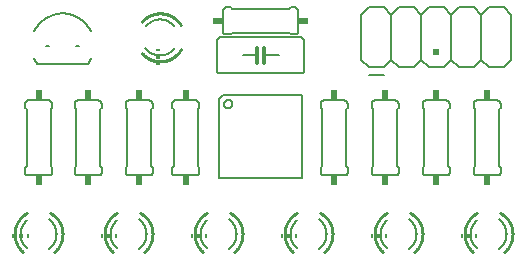
<source format=gto>
G75*
%MOIN*%
%OFA0B0*%
%FSLAX25Y25*%
%IPPOS*%
%LPD*%
%AMOC8*
5,1,8,0,0,1.08239X$1,22.5*
%
%ADD10C,0.01200*%
%ADD11C,0.00600*%
%ADD12C,0.01000*%
%ADD13C,0.00800*%
%ADD14R,0.02000X0.02000*%
%ADD15C,0.00500*%
%ADD16R,0.03400X0.02400*%
%ADD17R,0.02400X0.03400*%
%ADD18R,0.01181X0.00591*%
%ADD19R,0.01181X0.01181*%
%ADD20R,0.00591X0.01181*%
D10*
X0098030Y0070082D02*
X0098030Y0072582D01*
X0098030Y0075082D01*
X0100530Y0075082D02*
X0100530Y0072582D01*
X0100530Y0070082D01*
D11*
X0100530Y0072582D02*
X0105330Y0072582D01*
X0098030Y0072582D02*
X0093330Y0072582D01*
X0085830Y0066582D02*
X0085770Y0066584D01*
X0085709Y0066589D01*
X0085650Y0066598D01*
X0085591Y0066611D01*
X0085532Y0066627D01*
X0085475Y0066647D01*
X0085420Y0066670D01*
X0085365Y0066697D01*
X0085313Y0066726D01*
X0085262Y0066759D01*
X0085213Y0066795D01*
X0085167Y0066833D01*
X0085123Y0066875D01*
X0085081Y0066919D01*
X0085043Y0066965D01*
X0085007Y0067014D01*
X0084974Y0067065D01*
X0084945Y0067117D01*
X0084918Y0067172D01*
X0084895Y0067227D01*
X0084875Y0067284D01*
X0084859Y0067343D01*
X0084846Y0067402D01*
X0084837Y0067461D01*
X0084832Y0067522D01*
X0084830Y0067582D01*
X0084830Y0077582D01*
X0084832Y0077642D01*
X0084837Y0077703D01*
X0084846Y0077762D01*
X0084859Y0077821D01*
X0084875Y0077880D01*
X0084895Y0077937D01*
X0084918Y0077992D01*
X0084945Y0078047D01*
X0084974Y0078099D01*
X0085007Y0078150D01*
X0085043Y0078199D01*
X0085081Y0078245D01*
X0085123Y0078289D01*
X0085167Y0078331D01*
X0085213Y0078369D01*
X0085262Y0078405D01*
X0085313Y0078438D01*
X0085365Y0078467D01*
X0085420Y0078494D01*
X0085475Y0078517D01*
X0085532Y0078537D01*
X0085591Y0078553D01*
X0085650Y0078566D01*
X0085709Y0078575D01*
X0085770Y0078580D01*
X0085830Y0078582D01*
X0112830Y0078582D01*
X0112890Y0078580D01*
X0112951Y0078575D01*
X0113010Y0078566D01*
X0113069Y0078553D01*
X0113128Y0078537D01*
X0113185Y0078517D01*
X0113240Y0078494D01*
X0113295Y0078467D01*
X0113347Y0078438D01*
X0113398Y0078405D01*
X0113447Y0078369D01*
X0113493Y0078331D01*
X0113537Y0078289D01*
X0113579Y0078245D01*
X0113617Y0078199D01*
X0113653Y0078150D01*
X0113686Y0078099D01*
X0113715Y0078047D01*
X0113742Y0077992D01*
X0113765Y0077937D01*
X0113785Y0077880D01*
X0113801Y0077821D01*
X0113814Y0077762D01*
X0113823Y0077703D01*
X0113828Y0077642D01*
X0113830Y0077582D01*
X0113830Y0067582D01*
X0113828Y0067522D01*
X0113823Y0067461D01*
X0113814Y0067402D01*
X0113801Y0067343D01*
X0113785Y0067284D01*
X0113765Y0067227D01*
X0113742Y0067172D01*
X0113715Y0067117D01*
X0113686Y0067065D01*
X0113653Y0067014D01*
X0113617Y0066965D01*
X0113579Y0066919D01*
X0113537Y0066875D01*
X0113493Y0066833D01*
X0113447Y0066795D01*
X0113398Y0066759D01*
X0113347Y0066726D01*
X0113295Y0066697D01*
X0113240Y0066670D01*
X0113185Y0066647D01*
X0113128Y0066627D01*
X0113069Y0066611D01*
X0113010Y0066598D01*
X0112951Y0066589D01*
X0112890Y0066584D01*
X0112830Y0066582D01*
X0085830Y0066582D01*
X0086928Y0059382D02*
X0085530Y0057984D01*
X0085530Y0031783D01*
X0113129Y0031783D01*
X0113129Y0059382D01*
X0086928Y0059382D01*
X0087116Y0056382D02*
X0087118Y0056457D01*
X0087124Y0056531D01*
X0087134Y0056605D01*
X0087147Y0056678D01*
X0087165Y0056751D01*
X0087186Y0056822D01*
X0087211Y0056893D01*
X0087240Y0056962D01*
X0087273Y0057029D01*
X0087309Y0057094D01*
X0087348Y0057158D01*
X0087390Y0057219D01*
X0087436Y0057278D01*
X0087485Y0057335D01*
X0087537Y0057388D01*
X0087591Y0057439D01*
X0087648Y0057488D01*
X0087708Y0057532D01*
X0087770Y0057574D01*
X0087834Y0057613D01*
X0087900Y0057648D01*
X0087967Y0057679D01*
X0088037Y0057707D01*
X0088107Y0057731D01*
X0088179Y0057752D01*
X0088252Y0057768D01*
X0088325Y0057781D01*
X0088400Y0057790D01*
X0088474Y0057795D01*
X0088549Y0057796D01*
X0088623Y0057793D01*
X0088698Y0057786D01*
X0088771Y0057775D01*
X0088845Y0057761D01*
X0088917Y0057742D01*
X0088988Y0057720D01*
X0089058Y0057694D01*
X0089127Y0057664D01*
X0089193Y0057631D01*
X0089258Y0057594D01*
X0089321Y0057554D01*
X0089382Y0057510D01*
X0089440Y0057464D01*
X0089496Y0057414D01*
X0089549Y0057362D01*
X0089600Y0057307D01*
X0089647Y0057249D01*
X0089691Y0057189D01*
X0089732Y0057126D01*
X0089770Y0057062D01*
X0089804Y0056996D01*
X0089835Y0056927D01*
X0089862Y0056858D01*
X0089885Y0056787D01*
X0089904Y0056715D01*
X0089920Y0056642D01*
X0089932Y0056568D01*
X0089940Y0056494D01*
X0089944Y0056419D01*
X0089944Y0056345D01*
X0089940Y0056270D01*
X0089932Y0056196D01*
X0089920Y0056122D01*
X0089904Y0056049D01*
X0089885Y0055977D01*
X0089862Y0055906D01*
X0089835Y0055837D01*
X0089804Y0055768D01*
X0089770Y0055702D01*
X0089732Y0055638D01*
X0089691Y0055575D01*
X0089647Y0055515D01*
X0089600Y0055457D01*
X0089549Y0055402D01*
X0089496Y0055350D01*
X0089440Y0055300D01*
X0089382Y0055254D01*
X0089321Y0055210D01*
X0089258Y0055170D01*
X0089193Y0055133D01*
X0089127Y0055100D01*
X0089058Y0055070D01*
X0088988Y0055044D01*
X0088917Y0055022D01*
X0088845Y0055003D01*
X0088771Y0054989D01*
X0088698Y0054978D01*
X0088623Y0054971D01*
X0088549Y0054968D01*
X0088474Y0054969D01*
X0088400Y0054974D01*
X0088325Y0054983D01*
X0088252Y0054996D01*
X0088179Y0055012D01*
X0088107Y0055033D01*
X0088037Y0055057D01*
X0087967Y0055085D01*
X0087900Y0055116D01*
X0087834Y0055151D01*
X0087770Y0055190D01*
X0087708Y0055232D01*
X0087648Y0055276D01*
X0087591Y0055325D01*
X0087537Y0055376D01*
X0087485Y0055429D01*
X0087436Y0055486D01*
X0087390Y0055545D01*
X0087348Y0055606D01*
X0087309Y0055670D01*
X0087273Y0055735D01*
X0087240Y0055802D01*
X0087211Y0055871D01*
X0087186Y0055942D01*
X0087165Y0056013D01*
X0087147Y0056086D01*
X0087134Y0056159D01*
X0087124Y0056233D01*
X0087118Y0056307D01*
X0087116Y0056382D01*
X0078830Y0056582D02*
X0078830Y0055082D01*
X0078330Y0054582D01*
X0078330Y0035582D01*
X0078830Y0035082D01*
X0078830Y0033582D01*
X0078828Y0033522D01*
X0078823Y0033461D01*
X0078814Y0033402D01*
X0078801Y0033343D01*
X0078785Y0033284D01*
X0078765Y0033227D01*
X0078742Y0033172D01*
X0078715Y0033117D01*
X0078686Y0033065D01*
X0078653Y0033014D01*
X0078617Y0032965D01*
X0078579Y0032919D01*
X0078537Y0032875D01*
X0078493Y0032833D01*
X0078447Y0032795D01*
X0078398Y0032759D01*
X0078347Y0032726D01*
X0078295Y0032697D01*
X0078240Y0032670D01*
X0078185Y0032647D01*
X0078128Y0032627D01*
X0078069Y0032611D01*
X0078010Y0032598D01*
X0077951Y0032589D01*
X0077890Y0032584D01*
X0077830Y0032582D01*
X0070830Y0032582D01*
X0070770Y0032584D01*
X0070709Y0032589D01*
X0070650Y0032598D01*
X0070591Y0032611D01*
X0070532Y0032627D01*
X0070475Y0032647D01*
X0070420Y0032670D01*
X0070365Y0032697D01*
X0070313Y0032726D01*
X0070262Y0032759D01*
X0070213Y0032795D01*
X0070167Y0032833D01*
X0070123Y0032875D01*
X0070081Y0032919D01*
X0070043Y0032965D01*
X0070007Y0033014D01*
X0069974Y0033065D01*
X0069945Y0033117D01*
X0069918Y0033172D01*
X0069895Y0033227D01*
X0069875Y0033284D01*
X0069859Y0033343D01*
X0069846Y0033402D01*
X0069837Y0033461D01*
X0069832Y0033522D01*
X0069830Y0033582D01*
X0069830Y0035082D01*
X0070330Y0035582D01*
X0070330Y0054582D01*
X0069830Y0055082D01*
X0069830Y0056582D01*
X0069832Y0056642D01*
X0069837Y0056703D01*
X0069846Y0056762D01*
X0069859Y0056821D01*
X0069875Y0056880D01*
X0069895Y0056937D01*
X0069918Y0056992D01*
X0069945Y0057047D01*
X0069974Y0057099D01*
X0070007Y0057150D01*
X0070043Y0057199D01*
X0070081Y0057245D01*
X0070123Y0057289D01*
X0070167Y0057331D01*
X0070213Y0057369D01*
X0070262Y0057405D01*
X0070313Y0057438D01*
X0070365Y0057467D01*
X0070420Y0057494D01*
X0070475Y0057517D01*
X0070532Y0057537D01*
X0070591Y0057553D01*
X0070650Y0057566D01*
X0070709Y0057575D01*
X0070770Y0057580D01*
X0070830Y0057582D01*
X0077830Y0057582D01*
X0077890Y0057580D01*
X0077951Y0057575D01*
X0078010Y0057566D01*
X0078069Y0057553D01*
X0078128Y0057537D01*
X0078185Y0057517D01*
X0078240Y0057494D01*
X0078295Y0057467D01*
X0078347Y0057438D01*
X0078398Y0057405D01*
X0078447Y0057369D01*
X0078493Y0057331D01*
X0078537Y0057289D01*
X0078579Y0057245D01*
X0078617Y0057199D01*
X0078653Y0057150D01*
X0078686Y0057099D01*
X0078715Y0057047D01*
X0078742Y0056992D01*
X0078765Y0056937D01*
X0078785Y0056880D01*
X0078801Y0056821D01*
X0078814Y0056762D01*
X0078823Y0056703D01*
X0078828Y0056642D01*
X0078830Y0056582D01*
X0063330Y0056582D02*
X0063330Y0055082D01*
X0062830Y0054582D01*
X0062830Y0035582D01*
X0063330Y0035082D01*
X0063330Y0033582D01*
X0063328Y0033522D01*
X0063323Y0033461D01*
X0063314Y0033402D01*
X0063301Y0033343D01*
X0063285Y0033284D01*
X0063265Y0033227D01*
X0063242Y0033172D01*
X0063215Y0033117D01*
X0063186Y0033065D01*
X0063153Y0033014D01*
X0063117Y0032965D01*
X0063079Y0032919D01*
X0063037Y0032875D01*
X0062993Y0032833D01*
X0062947Y0032795D01*
X0062898Y0032759D01*
X0062847Y0032726D01*
X0062795Y0032697D01*
X0062740Y0032670D01*
X0062685Y0032647D01*
X0062628Y0032627D01*
X0062569Y0032611D01*
X0062510Y0032598D01*
X0062451Y0032589D01*
X0062390Y0032584D01*
X0062330Y0032582D01*
X0055330Y0032582D01*
X0055270Y0032584D01*
X0055209Y0032589D01*
X0055150Y0032598D01*
X0055091Y0032611D01*
X0055032Y0032627D01*
X0054975Y0032647D01*
X0054920Y0032670D01*
X0054865Y0032697D01*
X0054813Y0032726D01*
X0054762Y0032759D01*
X0054713Y0032795D01*
X0054667Y0032833D01*
X0054623Y0032875D01*
X0054581Y0032919D01*
X0054543Y0032965D01*
X0054507Y0033014D01*
X0054474Y0033065D01*
X0054445Y0033117D01*
X0054418Y0033172D01*
X0054395Y0033227D01*
X0054375Y0033284D01*
X0054359Y0033343D01*
X0054346Y0033402D01*
X0054337Y0033461D01*
X0054332Y0033522D01*
X0054330Y0033582D01*
X0054330Y0035082D01*
X0054830Y0035582D01*
X0054830Y0054582D01*
X0054330Y0055082D01*
X0054330Y0056582D01*
X0054332Y0056642D01*
X0054337Y0056703D01*
X0054346Y0056762D01*
X0054359Y0056821D01*
X0054375Y0056880D01*
X0054395Y0056937D01*
X0054418Y0056992D01*
X0054445Y0057047D01*
X0054474Y0057099D01*
X0054507Y0057150D01*
X0054543Y0057199D01*
X0054581Y0057245D01*
X0054623Y0057289D01*
X0054667Y0057331D01*
X0054713Y0057369D01*
X0054762Y0057405D01*
X0054813Y0057438D01*
X0054865Y0057467D01*
X0054920Y0057494D01*
X0054975Y0057517D01*
X0055032Y0057537D01*
X0055091Y0057553D01*
X0055150Y0057566D01*
X0055209Y0057575D01*
X0055270Y0057580D01*
X0055330Y0057582D01*
X0062330Y0057582D01*
X0062390Y0057580D01*
X0062451Y0057575D01*
X0062510Y0057566D01*
X0062569Y0057553D01*
X0062628Y0057537D01*
X0062685Y0057517D01*
X0062740Y0057494D01*
X0062795Y0057467D01*
X0062847Y0057438D01*
X0062898Y0057405D01*
X0062947Y0057369D01*
X0062993Y0057331D01*
X0063037Y0057289D01*
X0063079Y0057245D01*
X0063117Y0057199D01*
X0063153Y0057150D01*
X0063186Y0057099D01*
X0063215Y0057047D01*
X0063242Y0056992D01*
X0063265Y0056937D01*
X0063285Y0056880D01*
X0063301Y0056821D01*
X0063314Y0056762D01*
X0063323Y0056703D01*
X0063328Y0056642D01*
X0063330Y0056582D01*
X0046330Y0056582D02*
X0046330Y0055082D01*
X0045830Y0054582D01*
X0045830Y0035582D01*
X0046330Y0035082D01*
X0046330Y0033582D01*
X0046328Y0033522D01*
X0046323Y0033461D01*
X0046314Y0033402D01*
X0046301Y0033343D01*
X0046285Y0033284D01*
X0046265Y0033227D01*
X0046242Y0033172D01*
X0046215Y0033117D01*
X0046186Y0033065D01*
X0046153Y0033014D01*
X0046117Y0032965D01*
X0046079Y0032919D01*
X0046037Y0032875D01*
X0045993Y0032833D01*
X0045947Y0032795D01*
X0045898Y0032759D01*
X0045847Y0032726D01*
X0045795Y0032697D01*
X0045740Y0032670D01*
X0045685Y0032647D01*
X0045628Y0032627D01*
X0045569Y0032611D01*
X0045510Y0032598D01*
X0045451Y0032589D01*
X0045390Y0032584D01*
X0045330Y0032582D01*
X0038330Y0032582D01*
X0038270Y0032584D01*
X0038209Y0032589D01*
X0038150Y0032598D01*
X0038091Y0032611D01*
X0038032Y0032627D01*
X0037975Y0032647D01*
X0037920Y0032670D01*
X0037865Y0032697D01*
X0037813Y0032726D01*
X0037762Y0032759D01*
X0037713Y0032795D01*
X0037667Y0032833D01*
X0037623Y0032875D01*
X0037581Y0032919D01*
X0037543Y0032965D01*
X0037507Y0033014D01*
X0037474Y0033065D01*
X0037445Y0033117D01*
X0037418Y0033172D01*
X0037395Y0033227D01*
X0037375Y0033284D01*
X0037359Y0033343D01*
X0037346Y0033402D01*
X0037337Y0033461D01*
X0037332Y0033522D01*
X0037330Y0033582D01*
X0037330Y0035082D01*
X0037830Y0035582D01*
X0037830Y0054582D01*
X0037330Y0055082D01*
X0037330Y0056582D01*
X0037332Y0056642D01*
X0037337Y0056703D01*
X0037346Y0056762D01*
X0037359Y0056821D01*
X0037375Y0056880D01*
X0037395Y0056937D01*
X0037418Y0056992D01*
X0037445Y0057047D01*
X0037474Y0057099D01*
X0037507Y0057150D01*
X0037543Y0057199D01*
X0037581Y0057245D01*
X0037623Y0057289D01*
X0037667Y0057331D01*
X0037713Y0057369D01*
X0037762Y0057405D01*
X0037813Y0057438D01*
X0037865Y0057467D01*
X0037920Y0057494D01*
X0037975Y0057517D01*
X0038032Y0057537D01*
X0038091Y0057553D01*
X0038150Y0057566D01*
X0038209Y0057575D01*
X0038270Y0057580D01*
X0038330Y0057582D01*
X0045330Y0057582D01*
X0045390Y0057580D01*
X0045451Y0057575D01*
X0045510Y0057566D01*
X0045569Y0057553D01*
X0045628Y0057537D01*
X0045685Y0057517D01*
X0045740Y0057494D01*
X0045795Y0057467D01*
X0045847Y0057438D01*
X0045898Y0057405D01*
X0045947Y0057369D01*
X0045993Y0057331D01*
X0046037Y0057289D01*
X0046079Y0057245D01*
X0046117Y0057199D01*
X0046153Y0057150D01*
X0046186Y0057099D01*
X0046215Y0057047D01*
X0046242Y0056992D01*
X0046265Y0056937D01*
X0046285Y0056880D01*
X0046301Y0056821D01*
X0046314Y0056762D01*
X0046323Y0056703D01*
X0046328Y0056642D01*
X0046330Y0056582D01*
X0029830Y0056582D02*
X0029830Y0055082D01*
X0029330Y0054582D01*
X0029330Y0035582D01*
X0029830Y0035082D01*
X0029830Y0033582D01*
X0029828Y0033522D01*
X0029823Y0033461D01*
X0029814Y0033402D01*
X0029801Y0033343D01*
X0029785Y0033284D01*
X0029765Y0033227D01*
X0029742Y0033172D01*
X0029715Y0033117D01*
X0029686Y0033065D01*
X0029653Y0033014D01*
X0029617Y0032965D01*
X0029579Y0032919D01*
X0029537Y0032875D01*
X0029493Y0032833D01*
X0029447Y0032795D01*
X0029398Y0032759D01*
X0029347Y0032726D01*
X0029295Y0032697D01*
X0029240Y0032670D01*
X0029185Y0032647D01*
X0029128Y0032627D01*
X0029069Y0032611D01*
X0029010Y0032598D01*
X0028951Y0032589D01*
X0028890Y0032584D01*
X0028830Y0032582D01*
X0021830Y0032582D01*
X0021770Y0032584D01*
X0021709Y0032589D01*
X0021650Y0032598D01*
X0021591Y0032611D01*
X0021532Y0032627D01*
X0021475Y0032647D01*
X0021420Y0032670D01*
X0021365Y0032697D01*
X0021313Y0032726D01*
X0021262Y0032759D01*
X0021213Y0032795D01*
X0021167Y0032833D01*
X0021123Y0032875D01*
X0021081Y0032919D01*
X0021043Y0032965D01*
X0021007Y0033014D01*
X0020974Y0033065D01*
X0020945Y0033117D01*
X0020918Y0033172D01*
X0020895Y0033227D01*
X0020875Y0033284D01*
X0020859Y0033343D01*
X0020846Y0033402D01*
X0020837Y0033461D01*
X0020832Y0033522D01*
X0020830Y0033582D01*
X0020830Y0035082D01*
X0021330Y0035582D01*
X0021330Y0054582D01*
X0020830Y0055082D01*
X0020830Y0056582D01*
X0020832Y0056642D01*
X0020837Y0056703D01*
X0020846Y0056762D01*
X0020859Y0056821D01*
X0020875Y0056880D01*
X0020895Y0056937D01*
X0020918Y0056992D01*
X0020945Y0057047D01*
X0020974Y0057099D01*
X0021007Y0057150D01*
X0021043Y0057199D01*
X0021081Y0057245D01*
X0021123Y0057289D01*
X0021167Y0057331D01*
X0021213Y0057369D01*
X0021262Y0057405D01*
X0021313Y0057438D01*
X0021365Y0057467D01*
X0021420Y0057494D01*
X0021475Y0057517D01*
X0021532Y0057537D01*
X0021591Y0057553D01*
X0021650Y0057566D01*
X0021709Y0057575D01*
X0021770Y0057580D01*
X0021830Y0057582D01*
X0028830Y0057582D01*
X0028890Y0057580D01*
X0028951Y0057575D01*
X0029010Y0057566D01*
X0029069Y0057553D01*
X0029128Y0057537D01*
X0029185Y0057517D01*
X0029240Y0057494D01*
X0029295Y0057467D01*
X0029347Y0057438D01*
X0029398Y0057405D01*
X0029447Y0057369D01*
X0029493Y0057331D01*
X0029537Y0057289D01*
X0029579Y0057245D01*
X0029617Y0057199D01*
X0029653Y0057150D01*
X0029686Y0057099D01*
X0029715Y0057047D01*
X0029742Y0056992D01*
X0029765Y0056937D01*
X0029785Y0056880D01*
X0029801Y0056821D01*
X0029814Y0056762D01*
X0029823Y0056703D01*
X0029828Y0056642D01*
X0029830Y0056582D01*
X0065830Y0084582D02*
X0065982Y0084580D01*
X0066133Y0084574D01*
X0066284Y0084565D01*
X0066436Y0084551D01*
X0066586Y0084534D01*
X0066736Y0084513D01*
X0066886Y0084488D01*
X0067035Y0084460D01*
X0067183Y0084427D01*
X0067330Y0084391D01*
X0067477Y0084352D01*
X0067622Y0084308D01*
X0067766Y0084261D01*
X0067909Y0084210D01*
X0068050Y0084156D01*
X0068191Y0084098D01*
X0068329Y0084037D01*
X0068466Y0083972D01*
X0068602Y0083903D01*
X0068735Y0083832D01*
X0068867Y0083757D01*
X0068997Y0083678D01*
X0069124Y0083597D01*
X0069250Y0083512D01*
X0069374Y0083424D01*
X0069495Y0083333D01*
X0069614Y0083239D01*
X0069730Y0083141D01*
X0069844Y0083041D01*
X0069956Y0082939D01*
X0070064Y0082833D01*
X0070170Y0082725D01*
X0070274Y0082614D01*
X0070374Y0082500D01*
X0070472Y0082384D01*
X0070566Y0082265D01*
X0065830Y0072582D02*
X0065676Y0072584D01*
X0065522Y0072590D01*
X0065368Y0072600D01*
X0065214Y0072614D01*
X0065061Y0072631D01*
X0064909Y0072653D01*
X0064757Y0072679D01*
X0064605Y0072708D01*
X0064455Y0072742D01*
X0064305Y0072779D01*
X0064157Y0072820D01*
X0064009Y0072865D01*
X0063863Y0072914D01*
X0063718Y0072966D01*
X0063575Y0073022D01*
X0063432Y0073082D01*
X0063292Y0073145D01*
X0063153Y0073212D01*
X0063016Y0073283D01*
X0062881Y0073357D01*
X0062748Y0073434D01*
X0062616Y0073515D01*
X0062487Y0073599D01*
X0062360Y0073687D01*
X0062236Y0073778D01*
X0062114Y0073871D01*
X0061994Y0073969D01*
X0061877Y0074069D01*
X0061762Y0074172D01*
X0061650Y0074278D01*
X0061541Y0074386D01*
X0061435Y0074498D01*
X0061331Y0074612D01*
X0061231Y0074729D01*
X0061133Y0074848D01*
X0061039Y0074970D01*
X0060948Y0075095D01*
X0065830Y0072582D02*
X0065980Y0072584D01*
X0066131Y0072590D01*
X0066281Y0072599D01*
X0066430Y0072612D01*
X0066580Y0072629D01*
X0066729Y0072650D01*
X0066877Y0072674D01*
X0067025Y0072702D01*
X0067172Y0072734D01*
X0067318Y0072769D01*
X0067463Y0072809D01*
X0067607Y0072851D01*
X0067750Y0072898D01*
X0067892Y0072948D01*
X0068033Y0073001D01*
X0068172Y0073058D01*
X0068310Y0073118D01*
X0068446Y0073182D01*
X0068580Y0073249D01*
X0068713Y0073320D01*
X0068844Y0073394D01*
X0068973Y0073471D01*
X0069100Y0073552D01*
X0069225Y0073635D01*
X0069348Y0073722D01*
X0069469Y0073811D01*
X0069587Y0073904D01*
X0069703Y0074000D01*
X0069817Y0074098D01*
X0069928Y0074199D01*
X0070037Y0074304D01*
X0070142Y0074410D01*
X0070246Y0074520D01*
X0070346Y0074632D01*
X0070444Y0074746D01*
X0070538Y0074863D01*
X0070630Y0074982D01*
X0065830Y0084582D02*
X0065678Y0084580D01*
X0065527Y0084574D01*
X0065376Y0084565D01*
X0065224Y0084551D01*
X0065074Y0084534D01*
X0064924Y0084513D01*
X0064774Y0084488D01*
X0064625Y0084460D01*
X0064477Y0084427D01*
X0064330Y0084391D01*
X0064183Y0084352D01*
X0064038Y0084308D01*
X0063894Y0084261D01*
X0063751Y0084210D01*
X0063610Y0084156D01*
X0063469Y0084098D01*
X0063331Y0084037D01*
X0063194Y0083972D01*
X0063058Y0083903D01*
X0062925Y0083832D01*
X0062793Y0083757D01*
X0062663Y0083678D01*
X0062536Y0083597D01*
X0062410Y0083512D01*
X0062286Y0083424D01*
X0062165Y0083333D01*
X0062046Y0083239D01*
X0061930Y0083141D01*
X0061816Y0083041D01*
X0061704Y0082939D01*
X0061596Y0082833D01*
X0061490Y0082725D01*
X0061386Y0082614D01*
X0061286Y0082500D01*
X0061188Y0082384D01*
X0061094Y0082265D01*
X0086830Y0080582D02*
X0086830Y0087582D01*
X0086832Y0087642D01*
X0086837Y0087703D01*
X0086846Y0087762D01*
X0086859Y0087821D01*
X0086875Y0087880D01*
X0086895Y0087937D01*
X0086918Y0087992D01*
X0086945Y0088047D01*
X0086974Y0088099D01*
X0087007Y0088150D01*
X0087043Y0088199D01*
X0087081Y0088245D01*
X0087123Y0088289D01*
X0087167Y0088331D01*
X0087213Y0088369D01*
X0087262Y0088405D01*
X0087313Y0088438D01*
X0087365Y0088467D01*
X0087420Y0088494D01*
X0087475Y0088517D01*
X0087532Y0088537D01*
X0087591Y0088553D01*
X0087650Y0088566D01*
X0087709Y0088575D01*
X0087770Y0088580D01*
X0087830Y0088582D01*
X0089330Y0088582D01*
X0089830Y0088082D01*
X0108830Y0088082D01*
X0109330Y0088582D01*
X0110830Y0088582D01*
X0110890Y0088580D01*
X0110951Y0088575D01*
X0111010Y0088566D01*
X0111069Y0088553D01*
X0111128Y0088537D01*
X0111185Y0088517D01*
X0111240Y0088494D01*
X0111295Y0088467D01*
X0111347Y0088438D01*
X0111398Y0088405D01*
X0111447Y0088369D01*
X0111493Y0088331D01*
X0111537Y0088289D01*
X0111579Y0088245D01*
X0111617Y0088199D01*
X0111653Y0088150D01*
X0111686Y0088099D01*
X0111715Y0088047D01*
X0111742Y0087992D01*
X0111765Y0087937D01*
X0111785Y0087880D01*
X0111801Y0087821D01*
X0111814Y0087762D01*
X0111823Y0087703D01*
X0111828Y0087642D01*
X0111830Y0087582D01*
X0111830Y0080582D01*
X0111828Y0080522D01*
X0111823Y0080461D01*
X0111814Y0080402D01*
X0111801Y0080343D01*
X0111785Y0080284D01*
X0111765Y0080227D01*
X0111742Y0080172D01*
X0111715Y0080117D01*
X0111686Y0080065D01*
X0111653Y0080014D01*
X0111617Y0079965D01*
X0111579Y0079919D01*
X0111537Y0079875D01*
X0111493Y0079833D01*
X0111447Y0079795D01*
X0111398Y0079759D01*
X0111347Y0079726D01*
X0111295Y0079697D01*
X0111240Y0079670D01*
X0111185Y0079647D01*
X0111128Y0079627D01*
X0111069Y0079611D01*
X0111010Y0079598D01*
X0110951Y0079589D01*
X0110890Y0079584D01*
X0110830Y0079582D01*
X0109330Y0079582D01*
X0108830Y0080082D01*
X0089830Y0080082D01*
X0089330Y0079582D01*
X0087830Y0079582D01*
X0087770Y0079584D01*
X0087709Y0079589D01*
X0087650Y0079598D01*
X0087591Y0079611D01*
X0087532Y0079627D01*
X0087475Y0079647D01*
X0087420Y0079670D01*
X0087365Y0079697D01*
X0087313Y0079726D01*
X0087262Y0079759D01*
X0087213Y0079795D01*
X0087167Y0079833D01*
X0087123Y0079875D01*
X0087081Y0079919D01*
X0087043Y0079965D01*
X0087007Y0080014D01*
X0086974Y0080065D01*
X0086945Y0080117D01*
X0086918Y0080172D01*
X0086895Y0080227D01*
X0086875Y0080284D01*
X0086859Y0080343D01*
X0086846Y0080402D01*
X0086837Y0080461D01*
X0086832Y0080522D01*
X0086830Y0080582D01*
X0120330Y0057582D02*
X0127330Y0057582D01*
X0127390Y0057580D01*
X0127451Y0057575D01*
X0127510Y0057566D01*
X0127569Y0057553D01*
X0127628Y0057537D01*
X0127685Y0057517D01*
X0127740Y0057494D01*
X0127795Y0057467D01*
X0127847Y0057438D01*
X0127898Y0057405D01*
X0127947Y0057369D01*
X0127993Y0057331D01*
X0128037Y0057289D01*
X0128079Y0057245D01*
X0128117Y0057199D01*
X0128153Y0057150D01*
X0128186Y0057099D01*
X0128215Y0057047D01*
X0128242Y0056992D01*
X0128265Y0056937D01*
X0128285Y0056880D01*
X0128301Y0056821D01*
X0128314Y0056762D01*
X0128323Y0056703D01*
X0128328Y0056642D01*
X0128330Y0056582D01*
X0128330Y0055082D01*
X0127830Y0054582D01*
X0127830Y0035582D01*
X0128330Y0035082D01*
X0128330Y0033582D01*
X0128328Y0033522D01*
X0128323Y0033461D01*
X0128314Y0033402D01*
X0128301Y0033343D01*
X0128285Y0033284D01*
X0128265Y0033227D01*
X0128242Y0033172D01*
X0128215Y0033117D01*
X0128186Y0033065D01*
X0128153Y0033014D01*
X0128117Y0032965D01*
X0128079Y0032919D01*
X0128037Y0032875D01*
X0127993Y0032833D01*
X0127947Y0032795D01*
X0127898Y0032759D01*
X0127847Y0032726D01*
X0127795Y0032697D01*
X0127740Y0032670D01*
X0127685Y0032647D01*
X0127628Y0032627D01*
X0127569Y0032611D01*
X0127510Y0032598D01*
X0127451Y0032589D01*
X0127390Y0032584D01*
X0127330Y0032582D01*
X0120330Y0032582D01*
X0120270Y0032584D01*
X0120209Y0032589D01*
X0120150Y0032598D01*
X0120091Y0032611D01*
X0120032Y0032627D01*
X0119975Y0032647D01*
X0119920Y0032670D01*
X0119865Y0032697D01*
X0119813Y0032726D01*
X0119762Y0032759D01*
X0119713Y0032795D01*
X0119667Y0032833D01*
X0119623Y0032875D01*
X0119581Y0032919D01*
X0119543Y0032965D01*
X0119507Y0033014D01*
X0119474Y0033065D01*
X0119445Y0033117D01*
X0119418Y0033172D01*
X0119395Y0033227D01*
X0119375Y0033284D01*
X0119359Y0033343D01*
X0119346Y0033402D01*
X0119337Y0033461D01*
X0119332Y0033522D01*
X0119330Y0033582D01*
X0119330Y0035082D01*
X0119830Y0035582D01*
X0119830Y0054582D01*
X0119330Y0055082D01*
X0119330Y0056582D01*
X0119332Y0056642D01*
X0119337Y0056703D01*
X0119346Y0056762D01*
X0119359Y0056821D01*
X0119375Y0056880D01*
X0119395Y0056937D01*
X0119418Y0056992D01*
X0119445Y0057047D01*
X0119474Y0057099D01*
X0119507Y0057150D01*
X0119543Y0057199D01*
X0119581Y0057245D01*
X0119623Y0057289D01*
X0119667Y0057331D01*
X0119713Y0057369D01*
X0119762Y0057405D01*
X0119813Y0057438D01*
X0119865Y0057467D01*
X0119920Y0057494D01*
X0119975Y0057517D01*
X0120032Y0057537D01*
X0120091Y0057553D01*
X0120150Y0057566D01*
X0120209Y0057575D01*
X0120270Y0057580D01*
X0120330Y0057582D01*
X0136330Y0056582D02*
X0136330Y0055082D01*
X0136830Y0054582D01*
X0136830Y0035582D01*
X0136330Y0035082D01*
X0136330Y0033582D01*
X0136332Y0033522D01*
X0136337Y0033461D01*
X0136346Y0033402D01*
X0136359Y0033343D01*
X0136375Y0033284D01*
X0136395Y0033227D01*
X0136418Y0033172D01*
X0136445Y0033117D01*
X0136474Y0033065D01*
X0136507Y0033014D01*
X0136543Y0032965D01*
X0136581Y0032919D01*
X0136623Y0032875D01*
X0136667Y0032833D01*
X0136713Y0032795D01*
X0136762Y0032759D01*
X0136813Y0032726D01*
X0136865Y0032697D01*
X0136920Y0032670D01*
X0136975Y0032647D01*
X0137032Y0032627D01*
X0137091Y0032611D01*
X0137150Y0032598D01*
X0137209Y0032589D01*
X0137270Y0032584D01*
X0137330Y0032582D01*
X0144330Y0032582D01*
X0144390Y0032584D01*
X0144451Y0032589D01*
X0144510Y0032598D01*
X0144569Y0032611D01*
X0144628Y0032627D01*
X0144685Y0032647D01*
X0144740Y0032670D01*
X0144795Y0032697D01*
X0144847Y0032726D01*
X0144898Y0032759D01*
X0144947Y0032795D01*
X0144993Y0032833D01*
X0145037Y0032875D01*
X0145079Y0032919D01*
X0145117Y0032965D01*
X0145153Y0033014D01*
X0145186Y0033065D01*
X0145215Y0033117D01*
X0145242Y0033172D01*
X0145265Y0033227D01*
X0145285Y0033284D01*
X0145301Y0033343D01*
X0145314Y0033402D01*
X0145323Y0033461D01*
X0145328Y0033522D01*
X0145330Y0033582D01*
X0145330Y0035082D01*
X0144830Y0035582D01*
X0144830Y0054582D01*
X0145330Y0055082D01*
X0145330Y0056582D01*
X0145328Y0056642D01*
X0145323Y0056703D01*
X0145314Y0056762D01*
X0145301Y0056821D01*
X0145285Y0056880D01*
X0145265Y0056937D01*
X0145242Y0056992D01*
X0145215Y0057047D01*
X0145186Y0057099D01*
X0145153Y0057150D01*
X0145117Y0057199D01*
X0145079Y0057245D01*
X0145037Y0057289D01*
X0144993Y0057331D01*
X0144947Y0057369D01*
X0144898Y0057405D01*
X0144847Y0057438D01*
X0144795Y0057467D01*
X0144740Y0057494D01*
X0144685Y0057517D01*
X0144628Y0057537D01*
X0144569Y0057553D01*
X0144510Y0057566D01*
X0144451Y0057575D01*
X0144390Y0057580D01*
X0144330Y0057582D01*
X0137330Y0057582D01*
X0137270Y0057580D01*
X0137209Y0057575D01*
X0137150Y0057566D01*
X0137091Y0057553D01*
X0137032Y0057537D01*
X0136975Y0057517D01*
X0136920Y0057494D01*
X0136865Y0057467D01*
X0136813Y0057438D01*
X0136762Y0057405D01*
X0136713Y0057369D01*
X0136667Y0057331D01*
X0136623Y0057289D01*
X0136581Y0057245D01*
X0136543Y0057199D01*
X0136507Y0057150D01*
X0136474Y0057099D01*
X0136445Y0057047D01*
X0136418Y0056992D01*
X0136395Y0056937D01*
X0136375Y0056880D01*
X0136359Y0056821D01*
X0136346Y0056762D01*
X0136337Y0056703D01*
X0136332Y0056642D01*
X0136330Y0056582D01*
X0153330Y0056582D02*
X0153330Y0055082D01*
X0153830Y0054582D01*
X0153830Y0035582D01*
X0153330Y0035082D01*
X0153330Y0033582D01*
X0153332Y0033522D01*
X0153337Y0033461D01*
X0153346Y0033402D01*
X0153359Y0033343D01*
X0153375Y0033284D01*
X0153395Y0033227D01*
X0153418Y0033172D01*
X0153445Y0033117D01*
X0153474Y0033065D01*
X0153507Y0033014D01*
X0153543Y0032965D01*
X0153581Y0032919D01*
X0153623Y0032875D01*
X0153667Y0032833D01*
X0153713Y0032795D01*
X0153762Y0032759D01*
X0153813Y0032726D01*
X0153865Y0032697D01*
X0153920Y0032670D01*
X0153975Y0032647D01*
X0154032Y0032627D01*
X0154091Y0032611D01*
X0154150Y0032598D01*
X0154209Y0032589D01*
X0154270Y0032584D01*
X0154330Y0032582D01*
X0161330Y0032582D01*
X0161390Y0032584D01*
X0161451Y0032589D01*
X0161510Y0032598D01*
X0161569Y0032611D01*
X0161628Y0032627D01*
X0161685Y0032647D01*
X0161740Y0032670D01*
X0161795Y0032697D01*
X0161847Y0032726D01*
X0161898Y0032759D01*
X0161947Y0032795D01*
X0161993Y0032833D01*
X0162037Y0032875D01*
X0162079Y0032919D01*
X0162117Y0032965D01*
X0162153Y0033014D01*
X0162186Y0033065D01*
X0162215Y0033117D01*
X0162242Y0033172D01*
X0162265Y0033227D01*
X0162285Y0033284D01*
X0162301Y0033343D01*
X0162314Y0033402D01*
X0162323Y0033461D01*
X0162328Y0033522D01*
X0162330Y0033582D01*
X0162330Y0035082D01*
X0161830Y0035582D01*
X0161830Y0054582D01*
X0162330Y0055082D01*
X0162330Y0056582D01*
X0162328Y0056642D01*
X0162323Y0056703D01*
X0162314Y0056762D01*
X0162301Y0056821D01*
X0162285Y0056880D01*
X0162265Y0056937D01*
X0162242Y0056992D01*
X0162215Y0057047D01*
X0162186Y0057099D01*
X0162153Y0057150D01*
X0162117Y0057199D01*
X0162079Y0057245D01*
X0162037Y0057289D01*
X0161993Y0057331D01*
X0161947Y0057369D01*
X0161898Y0057405D01*
X0161847Y0057438D01*
X0161795Y0057467D01*
X0161740Y0057494D01*
X0161685Y0057517D01*
X0161628Y0057537D01*
X0161569Y0057553D01*
X0161510Y0057566D01*
X0161451Y0057575D01*
X0161390Y0057580D01*
X0161330Y0057582D01*
X0154330Y0057582D01*
X0154270Y0057580D01*
X0154209Y0057575D01*
X0154150Y0057566D01*
X0154091Y0057553D01*
X0154032Y0057537D01*
X0153975Y0057517D01*
X0153920Y0057494D01*
X0153865Y0057467D01*
X0153813Y0057438D01*
X0153762Y0057405D01*
X0153713Y0057369D01*
X0153667Y0057331D01*
X0153623Y0057289D01*
X0153581Y0057245D01*
X0153543Y0057199D01*
X0153507Y0057150D01*
X0153474Y0057099D01*
X0153445Y0057047D01*
X0153418Y0056992D01*
X0153395Y0056937D01*
X0153375Y0056880D01*
X0153359Y0056821D01*
X0153346Y0056762D01*
X0153337Y0056703D01*
X0153332Y0056642D01*
X0153330Y0056582D01*
X0170330Y0056582D02*
X0170330Y0055082D01*
X0170830Y0054582D01*
X0170830Y0035582D01*
X0170330Y0035082D01*
X0170330Y0033582D01*
X0170332Y0033522D01*
X0170337Y0033461D01*
X0170346Y0033402D01*
X0170359Y0033343D01*
X0170375Y0033284D01*
X0170395Y0033227D01*
X0170418Y0033172D01*
X0170445Y0033117D01*
X0170474Y0033065D01*
X0170507Y0033014D01*
X0170543Y0032965D01*
X0170581Y0032919D01*
X0170623Y0032875D01*
X0170667Y0032833D01*
X0170713Y0032795D01*
X0170762Y0032759D01*
X0170813Y0032726D01*
X0170865Y0032697D01*
X0170920Y0032670D01*
X0170975Y0032647D01*
X0171032Y0032627D01*
X0171091Y0032611D01*
X0171150Y0032598D01*
X0171209Y0032589D01*
X0171270Y0032584D01*
X0171330Y0032582D01*
X0178330Y0032582D01*
X0178390Y0032584D01*
X0178451Y0032589D01*
X0178510Y0032598D01*
X0178569Y0032611D01*
X0178628Y0032627D01*
X0178685Y0032647D01*
X0178740Y0032670D01*
X0178795Y0032697D01*
X0178847Y0032726D01*
X0178898Y0032759D01*
X0178947Y0032795D01*
X0178993Y0032833D01*
X0179037Y0032875D01*
X0179079Y0032919D01*
X0179117Y0032965D01*
X0179153Y0033014D01*
X0179186Y0033065D01*
X0179215Y0033117D01*
X0179242Y0033172D01*
X0179265Y0033227D01*
X0179285Y0033284D01*
X0179301Y0033343D01*
X0179314Y0033402D01*
X0179323Y0033461D01*
X0179328Y0033522D01*
X0179330Y0033582D01*
X0179330Y0035082D01*
X0178830Y0035582D01*
X0178830Y0054582D01*
X0179330Y0055082D01*
X0179330Y0056582D01*
X0179328Y0056642D01*
X0179323Y0056703D01*
X0179314Y0056762D01*
X0179301Y0056821D01*
X0179285Y0056880D01*
X0179265Y0056937D01*
X0179242Y0056992D01*
X0179215Y0057047D01*
X0179186Y0057099D01*
X0179153Y0057150D01*
X0179117Y0057199D01*
X0179079Y0057245D01*
X0179037Y0057289D01*
X0178993Y0057331D01*
X0178947Y0057369D01*
X0178898Y0057405D01*
X0178847Y0057438D01*
X0178795Y0057467D01*
X0178740Y0057494D01*
X0178685Y0057517D01*
X0178628Y0057537D01*
X0178569Y0057553D01*
X0178510Y0057566D01*
X0178451Y0057575D01*
X0178390Y0057580D01*
X0178330Y0057582D01*
X0171330Y0057582D01*
X0171270Y0057580D01*
X0171209Y0057575D01*
X0171150Y0057566D01*
X0171091Y0057553D01*
X0171032Y0057537D01*
X0170975Y0057517D01*
X0170920Y0057494D01*
X0170865Y0057467D01*
X0170813Y0057438D01*
X0170762Y0057405D01*
X0170713Y0057369D01*
X0170667Y0057331D01*
X0170623Y0057289D01*
X0170581Y0057245D01*
X0170543Y0057199D01*
X0170507Y0057150D01*
X0170474Y0057099D01*
X0170445Y0057047D01*
X0170418Y0056992D01*
X0170395Y0056937D01*
X0170375Y0056880D01*
X0170359Y0056821D01*
X0170346Y0056762D01*
X0170337Y0056703D01*
X0170332Y0056642D01*
X0170330Y0056582D01*
X0170330Y0068582D02*
X0165330Y0068582D01*
X0162830Y0071082D01*
X0162830Y0086082D01*
X0165330Y0088582D01*
X0170330Y0088582D01*
X0172830Y0086082D01*
X0175330Y0088582D01*
X0180330Y0088582D01*
X0182830Y0086082D01*
X0182830Y0071082D01*
X0180330Y0068582D01*
X0175330Y0068582D01*
X0172830Y0071082D01*
X0172830Y0086082D01*
X0162830Y0086082D02*
X0160330Y0088582D01*
X0155330Y0088582D01*
X0152830Y0086082D01*
X0152830Y0071082D01*
X0155330Y0068582D01*
X0160330Y0068582D01*
X0162830Y0071082D01*
X0170330Y0068582D02*
X0172830Y0071082D01*
X0152830Y0071082D02*
X0150330Y0068582D01*
X0145330Y0068582D01*
X0142830Y0071082D01*
X0142830Y0086082D01*
X0145330Y0088582D01*
X0150330Y0088582D01*
X0152830Y0086082D01*
X0142830Y0086082D02*
X0140330Y0088582D01*
X0135330Y0088582D01*
X0132830Y0086082D01*
X0132830Y0071082D01*
X0135330Y0068582D01*
X0140330Y0068582D01*
X0142830Y0071082D01*
X0151330Y0013083D02*
X0151328Y0012929D01*
X0151322Y0012775D01*
X0151312Y0012621D01*
X0151298Y0012467D01*
X0151281Y0012314D01*
X0151259Y0012162D01*
X0151233Y0012010D01*
X0151204Y0011858D01*
X0151170Y0011708D01*
X0151133Y0011558D01*
X0151092Y0011410D01*
X0151047Y0011262D01*
X0150998Y0011116D01*
X0150946Y0010971D01*
X0150890Y0010828D01*
X0150830Y0010685D01*
X0150767Y0010545D01*
X0150700Y0010406D01*
X0150629Y0010269D01*
X0150555Y0010134D01*
X0150478Y0010001D01*
X0150397Y0009869D01*
X0150313Y0009740D01*
X0150225Y0009613D01*
X0150134Y0009489D01*
X0150041Y0009367D01*
X0149943Y0009247D01*
X0149843Y0009130D01*
X0149740Y0009015D01*
X0149634Y0008903D01*
X0149526Y0008794D01*
X0149414Y0008688D01*
X0149300Y0008584D01*
X0149183Y0008484D01*
X0149064Y0008386D01*
X0148942Y0008292D01*
X0148817Y0008201D01*
X0139330Y0013082D02*
X0139332Y0013234D01*
X0139338Y0013385D01*
X0139347Y0013536D01*
X0139361Y0013688D01*
X0139378Y0013838D01*
X0139399Y0013988D01*
X0139424Y0014138D01*
X0139452Y0014287D01*
X0139485Y0014435D01*
X0139521Y0014582D01*
X0139560Y0014729D01*
X0139604Y0014874D01*
X0139651Y0015018D01*
X0139702Y0015161D01*
X0139756Y0015302D01*
X0139814Y0015443D01*
X0139875Y0015581D01*
X0139940Y0015718D01*
X0140009Y0015854D01*
X0140080Y0015987D01*
X0140155Y0016119D01*
X0140234Y0016249D01*
X0140315Y0016376D01*
X0140400Y0016502D01*
X0140488Y0016626D01*
X0140579Y0016747D01*
X0140673Y0016866D01*
X0140771Y0016982D01*
X0140871Y0017096D01*
X0140973Y0017208D01*
X0141079Y0017316D01*
X0141187Y0017422D01*
X0141298Y0017526D01*
X0141412Y0017626D01*
X0141528Y0017724D01*
X0141647Y0017818D01*
X0139330Y0013082D02*
X0139332Y0012930D01*
X0139338Y0012779D01*
X0139347Y0012628D01*
X0139361Y0012476D01*
X0139378Y0012326D01*
X0139399Y0012176D01*
X0139424Y0012026D01*
X0139452Y0011877D01*
X0139485Y0011729D01*
X0139521Y0011582D01*
X0139560Y0011435D01*
X0139604Y0011290D01*
X0139651Y0011146D01*
X0139702Y0011003D01*
X0139756Y0010862D01*
X0139814Y0010721D01*
X0139875Y0010583D01*
X0139940Y0010446D01*
X0140009Y0010310D01*
X0140080Y0010177D01*
X0140155Y0010045D01*
X0140234Y0009915D01*
X0140315Y0009788D01*
X0140400Y0009662D01*
X0140488Y0009538D01*
X0140579Y0009417D01*
X0140673Y0009298D01*
X0140771Y0009182D01*
X0140871Y0009068D01*
X0140973Y0008956D01*
X0141079Y0008848D01*
X0141187Y0008742D01*
X0141298Y0008638D01*
X0141412Y0008538D01*
X0141528Y0008440D01*
X0141647Y0008346D01*
X0151330Y0013082D02*
X0151328Y0013232D01*
X0151322Y0013383D01*
X0151313Y0013533D01*
X0151300Y0013682D01*
X0151283Y0013832D01*
X0151262Y0013981D01*
X0151238Y0014129D01*
X0151210Y0014277D01*
X0151178Y0014424D01*
X0151143Y0014570D01*
X0151103Y0014715D01*
X0151061Y0014859D01*
X0151014Y0015002D01*
X0150964Y0015144D01*
X0150911Y0015285D01*
X0150854Y0015424D01*
X0150794Y0015562D01*
X0150730Y0015698D01*
X0150663Y0015832D01*
X0150592Y0015965D01*
X0150518Y0016096D01*
X0150441Y0016225D01*
X0150360Y0016352D01*
X0150277Y0016477D01*
X0150190Y0016600D01*
X0150101Y0016721D01*
X0150008Y0016839D01*
X0149912Y0016955D01*
X0149814Y0017069D01*
X0149713Y0017180D01*
X0149608Y0017289D01*
X0149502Y0017394D01*
X0149392Y0017498D01*
X0149280Y0017598D01*
X0149166Y0017696D01*
X0149049Y0017790D01*
X0148930Y0017882D01*
X0178817Y0008201D02*
X0178942Y0008292D01*
X0179064Y0008386D01*
X0179183Y0008484D01*
X0179300Y0008584D01*
X0179414Y0008688D01*
X0179526Y0008794D01*
X0179634Y0008903D01*
X0179740Y0009015D01*
X0179843Y0009130D01*
X0179943Y0009247D01*
X0180041Y0009367D01*
X0180134Y0009489D01*
X0180225Y0009613D01*
X0180313Y0009740D01*
X0180397Y0009869D01*
X0180478Y0010001D01*
X0180555Y0010134D01*
X0180629Y0010269D01*
X0180700Y0010406D01*
X0180767Y0010545D01*
X0180830Y0010685D01*
X0180890Y0010828D01*
X0180946Y0010971D01*
X0180998Y0011116D01*
X0181047Y0011262D01*
X0181092Y0011410D01*
X0181133Y0011558D01*
X0181170Y0011708D01*
X0181204Y0011858D01*
X0181233Y0012010D01*
X0181259Y0012162D01*
X0181281Y0012314D01*
X0181298Y0012467D01*
X0181312Y0012621D01*
X0181322Y0012775D01*
X0181328Y0012929D01*
X0181330Y0013083D01*
X0171647Y0017818D02*
X0171528Y0017724D01*
X0171412Y0017626D01*
X0171298Y0017526D01*
X0171187Y0017422D01*
X0171079Y0017316D01*
X0170973Y0017208D01*
X0170871Y0017096D01*
X0170771Y0016982D01*
X0170673Y0016866D01*
X0170579Y0016747D01*
X0170488Y0016626D01*
X0170400Y0016502D01*
X0170315Y0016376D01*
X0170234Y0016249D01*
X0170155Y0016119D01*
X0170080Y0015987D01*
X0170009Y0015854D01*
X0169940Y0015718D01*
X0169875Y0015581D01*
X0169814Y0015443D01*
X0169756Y0015302D01*
X0169702Y0015161D01*
X0169651Y0015018D01*
X0169604Y0014874D01*
X0169560Y0014729D01*
X0169521Y0014582D01*
X0169485Y0014435D01*
X0169452Y0014287D01*
X0169424Y0014138D01*
X0169399Y0013988D01*
X0169378Y0013838D01*
X0169361Y0013688D01*
X0169347Y0013536D01*
X0169338Y0013385D01*
X0169332Y0013234D01*
X0169330Y0013082D01*
X0178930Y0017882D02*
X0179049Y0017790D01*
X0179166Y0017696D01*
X0179280Y0017598D01*
X0179392Y0017498D01*
X0179502Y0017394D01*
X0179608Y0017289D01*
X0179713Y0017180D01*
X0179814Y0017069D01*
X0179912Y0016955D01*
X0180008Y0016839D01*
X0180101Y0016721D01*
X0180190Y0016600D01*
X0180277Y0016477D01*
X0180360Y0016352D01*
X0180441Y0016225D01*
X0180518Y0016096D01*
X0180592Y0015965D01*
X0180663Y0015832D01*
X0180730Y0015698D01*
X0180794Y0015562D01*
X0180854Y0015424D01*
X0180911Y0015285D01*
X0180964Y0015144D01*
X0181014Y0015002D01*
X0181061Y0014859D01*
X0181103Y0014715D01*
X0181143Y0014570D01*
X0181178Y0014424D01*
X0181210Y0014277D01*
X0181238Y0014129D01*
X0181262Y0013981D01*
X0181283Y0013832D01*
X0181300Y0013682D01*
X0181313Y0013533D01*
X0181322Y0013383D01*
X0181328Y0013232D01*
X0181330Y0013082D01*
X0171647Y0008346D02*
X0171528Y0008440D01*
X0171412Y0008538D01*
X0171298Y0008638D01*
X0171187Y0008742D01*
X0171079Y0008848D01*
X0170973Y0008956D01*
X0170871Y0009068D01*
X0170771Y0009182D01*
X0170673Y0009298D01*
X0170579Y0009417D01*
X0170488Y0009538D01*
X0170400Y0009662D01*
X0170315Y0009788D01*
X0170234Y0009915D01*
X0170155Y0010045D01*
X0170080Y0010177D01*
X0170009Y0010310D01*
X0169940Y0010446D01*
X0169875Y0010583D01*
X0169814Y0010721D01*
X0169756Y0010862D01*
X0169702Y0011003D01*
X0169651Y0011146D01*
X0169604Y0011290D01*
X0169560Y0011435D01*
X0169521Y0011582D01*
X0169485Y0011729D01*
X0169452Y0011877D01*
X0169424Y0012026D01*
X0169399Y0012176D01*
X0169378Y0012326D01*
X0169361Y0012476D01*
X0169347Y0012628D01*
X0169338Y0012779D01*
X0169332Y0012930D01*
X0169330Y0013082D01*
X0111647Y0017818D02*
X0111528Y0017724D01*
X0111412Y0017626D01*
X0111298Y0017526D01*
X0111187Y0017422D01*
X0111079Y0017316D01*
X0110973Y0017208D01*
X0110871Y0017096D01*
X0110771Y0016982D01*
X0110673Y0016866D01*
X0110579Y0016747D01*
X0110488Y0016626D01*
X0110400Y0016502D01*
X0110315Y0016376D01*
X0110234Y0016249D01*
X0110155Y0016119D01*
X0110080Y0015987D01*
X0110009Y0015854D01*
X0109940Y0015718D01*
X0109875Y0015581D01*
X0109814Y0015443D01*
X0109756Y0015302D01*
X0109702Y0015161D01*
X0109651Y0015018D01*
X0109604Y0014874D01*
X0109560Y0014729D01*
X0109521Y0014582D01*
X0109485Y0014435D01*
X0109452Y0014287D01*
X0109424Y0014138D01*
X0109399Y0013988D01*
X0109378Y0013838D01*
X0109361Y0013688D01*
X0109347Y0013536D01*
X0109338Y0013385D01*
X0109332Y0013234D01*
X0109330Y0013082D01*
X0118930Y0017882D02*
X0119049Y0017790D01*
X0119166Y0017696D01*
X0119280Y0017598D01*
X0119392Y0017498D01*
X0119502Y0017394D01*
X0119608Y0017289D01*
X0119713Y0017180D01*
X0119814Y0017069D01*
X0119912Y0016955D01*
X0120008Y0016839D01*
X0120101Y0016721D01*
X0120190Y0016600D01*
X0120277Y0016477D01*
X0120360Y0016352D01*
X0120441Y0016225D01*
X0120518Y0016096D01*
X0120592Y0015965D01*
X0120663Y0015832D01*
X0120730Y0015698D01*
X0120794Y0015562D01*
X0120854Y0015424D01*
X0120911Y0015285D01*
X0120964Y0015144D01*
X0121014Y0015002D01*
X0121061Y0014859D01*
X0121103Y0014715D01*
X0121143Y0014570D01*
X0121178Y0014424D01*
X0121210Y0014277D01*
X0121238Y0014129D01*
X0121262Y0013981D01*
X0121283Y0013832D01*
X0121300Y0013682D01*
X0121313Y0013533D01*
X0121322Y0013383D01*
X0121328Y0013232D01*
X0121330Y0013082D01*
X0111647Y0008346D02*
X0111528Y0008440D01*
X0111412Y0008538D01*
X0111298Y0008638D01*
X0111187Y0008742D01*
X0111079Y0008848D01*
X0110973Y0008956D01*
X0110871Y0009068D01*
X0110771Y0009182D01*
X0110673Y0009298D01*
X0110579Y0009417D01*
X0110488Y0009538D01*
X0110400Y0009662D01*
X0110315Y0009788D01*
X0110234Y0009915D01*
X0110155Y0010045D01*
X0110080Y0010177D01*
X0110009Y0010310D01*
X0109940Y0010446D01*
X0109875Y0010583D01*
X0109814Y0010721D01*
X0109756Y0010862D01*
X0109702Y0011003D01*
X0109651Y0011146D01*
X0109604Y0011290D01*
X0109560Y0011435D01*
X0109521Y0011582D01*
X0109485Y0011729D01*
X0109452Y0011877D01*
X0109424Y0012026D01*
X0109399Y0012176D01*
X0109378Y0012326D01*
X0109361Y0012476D01*
X0109347Y0012628D01*
X0109338Y0012779D01*
X0109332Y0012930D01*
X0109330Y0013082D01*
X0118817Y0008201D02*
X0118942Y0008292D01*
X0119064Y0008386D01*
X0119183Y0008484D01*
X0119300Y0008584D01*
X0119414Y0008688D01*
X0119526Y0008794D01*
X0119634Y0008903D01*
X0119740Y0009015D01*
X0119843Y0009130D01*
X0119943Y0009247D01*
X0120041Y0009367D01*
X0120134Y0009489D01*
X0120225Y0009613D01*
X0120313Y0009740D01*
X0120397Y0009869D01*
X0120478Y0010001D01*
X0120555Y0010134D01*
X0120629Y0010269D01*
X0120700Y0010406D01*
X0120767Y0010545D01*
X0120830Y0010685D01*
X0120890Y0010828D01*
X0120946Y0010971D01*
X0120998Y0011116D01*
X0121047Y0011262D01*
X0121092Y0011410D01*
X0121133Y0011558D01*
X0121170Y0011708D01*
X0121204Y0011858D01*
X0121233Y0012010D01*
X0121259Y0012162D01*
X0121281Y0012314D01*
X0121298Y0012467D01*
X0121312Y0012621D01*
X0121322Y0012775D01*
X0121328Y0012929D01*
X0121330Y0013083D01*
X0081647Y0017818D02*
X0081528Y0017724D01*
X0081412Y0017626D01*
X0081298Y0017526D01*
X0081187Y0017422D01*
X0081079Y0017316D01*
X0080973Y0017208D01*
X0080871Y0017096D01*
X0080771Y0016982D01*
X0080673Y0016866D01*
X0080579Y0016747D01*
X0080488Y0016626D01*
X0080400Y0016502D01*
X0080315Y0016376D01*
X0080234Y0016249D01*
X0080155Y0016119D01*
X0080080Y0015987D01*
X0080009Y0015854D01*
X0079940Y0015718D01*
X0079875Y0015581D01*
X0079814Y0015443D01*
X0079756Y0015302D01*
X0079702Y0015161D01*
X0079651Y0015018D01*
X0079604Y0014874D01*
X0079560Y0014729D01*
X0079521Y0014582D01*
X0079485Y0014435D01*
X0079452Y0014287D01*
X0079424Y0014138D01*
X0079399Y0013988D01*
X0079378Y0013838D01*
X0079361Y0013688D01*
X0079347Y0013536D01*
X0079338Y0013385D01*
X0079332Y0013234D01*
X0079330Y0013082D01*
X0088930Y0017882D02*
X0089049Y0017790D01*
X0089166Y0017696D01*
X0089280Y0017598D01*
X0089392Y0017498D01*
X0089502Y0017394D01*
X0089608Y0017289D01*
X0089713Y0017180D01*
X0089814Y0017069D01*
X0089912Y0016955D01*
X0090008Y0016839D01*
X0090101Y0016721D01*
X0090190Y0016600D01*
X0090277Y0016477D01*
X0090360Y0016352D01*
X0090441Y0016225D01*
X0090518Y0016096D01*
X0090592Y0015965D01*
X0090663Y0015832D01*
X0090730Y0015698D01*
X0090794Y0015562D01*
X0090854Y0015424D01*
X0090911Y0015285D01*
X0090964Y0015144D01*
X0091014Y0015002D01*
X0091061Y0014859D01*
X0091103Y0014715D01*
X0091143Y0014570D01*
X0091178Y0014424D01*
X0091210Y0014277D01*
X0091238Y0014129D01*
X0091262Y0013981D01*
X0091283Y0013832D01*
X0091300Y0013682D01*
X0091313Y0013533D01*
X0091322Y0013383D01*
X0091328Y0013232D01*
X0091330Y0013082D01*
X0081647Y0008346D02*
X0081528Y0008440D01*
X0081412Y0008538D01*
X0081298Y0008638D01*
X0081187Y0008742D01*
X0081079Y0008848D01*
X0080973Y0008956D01*
X0080871Y0009068D01*
X0080771Y0009182D01*
X0080673Y0009298D01*
X0080579Y0009417D01*
X0080488Y0009538D01*
X0080400Y0009662D01*
X0080315Y0009788D01*
X0080234Y0009915D01*
X0080155Y0010045D01*
X0080080Y0010177D01*
X0080009Y0010310D01*
X0079940Y0010446D01*
X0079875Y0010583D01*
X0079814Y0010721D01*
X0079756Y0010862D01*
X0079702Y0011003D01*
X0079651Y0011146D01*
X0079604Y0011290D01*
X0079560Y0011435D01*
X0079521Y0011582D01*
X0079485Y0011729D01*
X0079452Y0011877D01*
X0079424Y0012026D01*
X0079399Y0012176D01*
X0079378Y0012326D01*
X0079361Y0012476D01*
X0079347Y0012628D01*
X0079338Y0012779D01*
X0079332Y0012930D01*
X0079330Y0013082D01*
X0088817Y0008201D02*
X0088942Y0008292D01*
X0089064Y0008386D01*
X0089183Y0008484D01*
X0089300Y0008584D01*
X0089414Y0008688D01*
X0089526Y0008794D01*
X0089634Y0008903D01*
X0089740Y0009015D01*
X0089843Y0009130D01*
X0089943Y0009247D01*
X0090041Y0009367D01*
X0090134Y0009489D01*
X0090225Y0009613D01*
X0090313Y0009740D01*
X0090397Y0009869D01*
X0090478Y0010001D01*
X0090555Y0010134D01*
X0090629Y0010269D01*
X0090700Y0010406D01*
X0090767Y0010545D01*
X0090830Y0010685D01*
X0090890Y0010828D01*
X0090946Y0010971D01*
X0090998Y0011116D01*
X0091047Y0011262D01*
X0091092Y0011410D01*
X0091133Y0011558D01*
X0091170Y0011708D01*
X0091204Y0011858D01*
X0091233Y0012010D01*
X0091259Y0012162D01*
X0091281Y0012314D01*
X0091298Y0012467D01*
X0091312Y0012621D01*
X0091322Y0012775D01*
X0091328Y0012929D01*
X0091330Y0013083D01*
X0051647Y0017818D02*
X0051528Y0017724D01*
X0051412Y0017626D01*
X0051298Y0017526D01*
X0051187Y0017422D01*
X0051079Y0017316D01*
X0050973Y0017208D01*
X0050871Y0017096D01*
X0050771Y0016982D01*
X0050673Y0016866D01*
X0050579Y0016747D01*
X0050488Y0016626D01*
X0050400Y0016502D01*
X0050315Y0016376D01*
X0050234Y0016249D01*
X0050155Y0016119D01*
X0050080Y0015987D01*
X0050009Y0015854D01*
X0049940Y0015718D01*
X0049875Y0015581D01*
X0049814Y0015443D01*
X0049756Y0015302D01*
X0049702Y0015161D01*
X0049651Y0015018D01*
X0049604Y0014874D01*
X0049560Y0014729D01*
X0049521Y0014582D01*
X0049485Y0014435D01*
X0049452Y0014287D01*
X0049424Y0014138D01*
X0049399Y0013988D01*
X0049378Y0013838D01*
X0049361Y0013688D01*
X0049347Y0013536D01*
X0049338Y0013385D01*
X0049332Y0013234D01*
X0049330Y0013082D01*
X0058930Y0017882D02*
X0059049Y0017790D01*
X0059166Y0017696D01*
X0059280Y0017598D01*
X0059392Y0017498D01*
X0059502Y0017394D01*
X0059608Y0017289D01*
X0059713Y0017180D01*
X0059814Y0017069D01*
X0059912Y0016955D01*
X0060008Y0016839D01*
X0060101Y0016721D01*
X0060190Y0016600D01*
X0060277Y0016477D01*
X0060360Y0016352D01*
X0060441Y0016225D01*
X0060518Y0016096D01*
X0060592Y0015965D01*
X0060663Y0015832D01*
X0060730Y0015698D01*
X0060794Y0015562D01*
X0060854Y0015424D01*
X0060911Y0015285D01*
X0060964Y0015144D01*
X0061014Y0015002D01*
X0061061Y0014859D01*
X0061103Y0014715D01*
X0061143Y0014570D01*
X0061178Y0014424D01*
X0061210Y0014277D01*
X0061238Y0014129D01*
X0061262Y0013981D01*
X0061283Y0013832D01*
X0061300Y0013682D01*
X0061313Y0013533D01*
X0061322Y0013383D01*
X0061328Y0013232D01*
X0061330Y0013082D01*
X0051647Y0008346D02*
X0051528Y0008440D01*
X0051412Y0008538D01*
X0051298Y0008638D01*
X0051187Y0008742D01*
X0051079Y0008848D01*
X0050973Y0008956D01*
X0050871Y0009068D01*
X0050771Y0009182D01*
X0050673Y0009298D01*
X0050579Y0009417D01*
X0050488Y0009538D01*
X0050400Y0009662D01*
X0050315Y0009788D01*
X0050234Y0009915D01*
X0050155Y0010045D01*
X0050080Y0010177D01*
X0050009Y0010310D01*
X0049940Y0010446D01*
X0049875Y0010583D01*
X0049814Y0010721D01*
X0049756Y0010862D01*
X0049702Y0011003D01*
X0049651Y0011146D01*
X0049604Y0011290D01*
X0049560Y0011435D01*
X0049521Y0011582D01*
X0049485Y0011729D01*
X0049452Y0011877D01*
X0049424Y0012026D01*
X0049399Y0012176D01*
X0049378Y0012326D01*
X0049361Y0012476D01*
X0049347Y0012628D01*
X0049338Y0012779D01*
X0049332Y0012930D01*
X0049330Y0013082D01*
X0058817Y0008201D02*
X0058942Y0008292D01*
X0059064Y0008386D01*
X0059183Y0008484D01*
X0059300Y0008584D01*
X0059414Y0008688D01*
X0059526Y0008794D01*
X0059634Y0008903D01*
X0059740Y0009015D01*
X0059843Y0009130D01*
X0059943Y0009247D01*
X0060041Y0009367D01*
X0060134Y0009489D01*
X0060225Y0009613D01*
X0060313Y0009740D01*
X0060397Y0009869D01*
X0060478Y0010001D01*
X0060555Y0010134D01*
X0060629Y0010269D01*
X0060700Y0010406D01*
X0060767Y0010545D01*
X0060830Y0010685D01*
X0060890Y0010828D01*
X0060946Y0010971D01*
X0060998Y0011116D01*
X0061047Y0011262D01*
X0061092Y0011410D01*
X0061133Y0011558D01*
X0061170Y0011708D01*
X0061204Y0011858D01*
X0061233Y0012010D01*
X0061259Y0012162D01*
X0061281Y0012314D01*
X0061298Y0012467D01*
X0061312Y0012621D01*
X0061322Y0012775D01*
X0061328Y0012929D01*
X0061330Y0013083D01*
X0021647Y0017818D02*
X0021528Y0017724D01*
X0021412Y0017626D01*
X0021298Y0017526D01*
X0021187Y0017422D01*
X0021079Y0017316D01*
X0020973Y0017208D01*
X0020871Y0017096D01*
X0020771Y0016982D01*
X0020673Y0016866D01*
X0020579Y0016747D01*
X0020488Y0016626D01*
X0020400Y0016502D01*
X0020315Y0016376D01*
X0020234Y0016249D01*
X0020155Y0016119D01*
X0020080Y0015987D01*
X0020009Y0015854D01*
X0019940Y0015718D01*
X0019875Y0015581D01*
X0019814Y0015443D01*
X0019756Y0015302D01*
X0019702Y0015161D01*
X0019651Y0015018D01*
X0019604Y0014874D01*
X0019560Y0014729D01*
X0019521Y0014582D01*
X0019485Y0014435D01*
X0019452Y0014287D01*
X0019424Y0014138D01*
X0019399Y0013988D01*
X0019378Y0013838D01*
X0019361Y0013688D01*
X0019347Y0013536D01*
X0019338Y0013385D01*
X0019332Y0013234D01*
X0019330Y0013082D01*
X0028930Y0017882D02*
X0029049Y0017790D01*
X0029166Y0017696D01*
X0029280Y0017598D01*
X0029392Y0017498D01*
X0029502Y0017394D01*
X0029608Y0017289D01*
X0029713Y0017180D01*
X0029814Y0017069D01*
X0029912Y0016955D01*
X0030008Y0016839D01*
X0030101Y0016721D01*
X0030190Y0016600D01*
X0030277Y0016477D01*
X0030360Y0016352D01*
X0030441Y0016225D01*
X0030518Y0016096D01*
X0030592Y0015965D01*
X0030663Y0015832D01*
X0030730Y0015698D01*
X0030794Y0015562D01*
X0030854Y0015424D01*
X0030911Y0015285D01*
X0030964Y0015144D01*
X0031014Y0015002D01*
X0031061Y0014859D01*
X0031103Y0014715D01*
X0031143Y0014570D01*
X0031178Y0014424D01*
X0031210Y0014277D01*
X0031238Y0014129D01*
X0031262Y0013981D01*
X0031283Y0013832D01*
X0031300Y0013682D01*
X0031313Y0013533D01*
X0031322Y0013383D01*
X0031328Y0013232D01*
X0031330Y0013082D01*
X0021647Y0008346D02*
X0021528Y0008440D01*
X0021412Y0008538D01*
X0021298Y0008638D01*
X0021187Y0008742D01*
X0021079Y0008848D01*
X0020973Y0008956D01*
X0020871Y0009068D01*
X0020771Y0009182D01*
X0020673Y0009298D01*
X0020579Y0009417D01*
X0020488Y0009538D01*
X0020400Y0009662D01*
X0020315Y0009788D01*
X0020234Y0009915D01*
X0020155Y0010045D01*
X0020080Y0010177D01*
X0020009Y0010310D01*
X0019940Y0010446D01*
X0019875Y0010583D01*
X0019814Y0010721D01*
X0019756Y0010862D01*
X0019702Y0011003D01*
X0019651Y0011146D01*
X0019604Y0011290D01*
X0019560Y0011435D01*
X0019521Y0011582D01*
X0019485Y0011729D01*
X0019452Y0011877D01*
X0019424Y0012026D01*
X0019399Y0012176D01*
X0019378Y0012326D01*
X0019361Y0012476D01*
X0019347Y0012628D01*
X0019338Y0012779D01*
X0019332Y0012930D01*
X0019330Y0013082D01*
X0028817Y0008201D02*
X0028942Y0008292D01*
X0029064Y0008386D01*
X0029183Y0008484D01*
X0029300Y0008584D01*
X0029414Y0008688D01*
X0029526Y0008794D01*
X0029634Y0008903D01*
X0029740Y0009015D01*
X0029843Y0009130D01*
X0029943Y0009247D01*
X0030041Y0009367D01*
X0030134Y0009489D01*
X0030225Y0009613D01*
X0030313Y0009740D01*
X0030397Y0009869D01*
X0030478Y0010001D01*
X0030555Y0010134D01*
X0030629Y0010269D01*
X0030700Y0010406D01*
X0030767Y0010545D01*
X0030830Y0010685D01*
X0030890Y0010828D01*
X0030946Y0010971D01*
X0030998Y0011116D01*
X0031047Y0011262D01*
X0031092Y0011410D01*
X0031133Y0011558D01*
X0031170Y0011708D01*
X0031204Y0011858D01*
X0031233Y0012010D01*
X0031259Y0012162D01*
X0031281Y0012314D01*
X0031298Y0012467D01*
X0031312Y0012621D01*
X0031322Y0012775D01*
X0031328Y0012929D01*
X0031330Y0013083D01*
D12*
X0021361Y0020029D02*
X0021192Y0019930D01*
X0021026Y0019826D01*
X0020862Y0019719D01*
X0020701Y0019608D01*
X0020543Y0019493D01*
X0020388Y0019374D01*
X0020235Y0019251D01*
X0020086Y0019125D01*
X0019940Y0018995D01*
X0019797Y0018861D01*
X0019657Y0018724D01*
X0019521Y0018584D01*
X0019388Y0018440D01*
X0019259Y0018293D01*
X0019133Y0018143D01*
X0019012Y0017990D01*
X0018893Y0017834D01*
X0018779Y0017675D01*
X0018669Y0017514D01*
X0018563Y0017349D01*
X0018460Y0017183D01*
X0018362Y0017013D01*
X0018268Y0016842D01*
X0018178Y0016668D01*
X0018093Y0016492D01*
X0018011Y0016314D01*
X0017935Y0016134D01*
X0017862Y0015952D01*
X0017794Y0015769D01*
X0017731Y0015584D01*
X0017672Y0015397D01*
X0017618Y0015209D01*
X0017568Y0015020D01*
X0017523Y0014830D01*
X0017483Y0014638D01*
X0017447Y0014446D01*
X0017416Y0014253D01*
X0017390Y0014059D01*
X0017368Y0013864D01*
X0017352Y0013669D01*
X0017340Y0013474D01*
X0017332Y0013278D01*
X0017330Y0013083D01*
X0029095Y0020141D02*
X0029263Y0020048D01*
X0029429Y0019952D01*
X0029593Y0019852D01*
X0029754Y0019747D01*
X0029913Y0019639D01*
X0030069Y0019527D01*
X0030223Y0019411D01*
X0030373Y0019292D01*
X0030521Y0019169D01*
X0030666Y0019043D01*
X0030807Y0018913D01*
X0030946Y0018780D01*
X0031081Y0018643D01*
X0031213Y0018503D01*
X0031341Y0018361D01*
X0031466Y0018215D01*
X0031588Y0018066D01*
X0031706Y0017914D01*
X0031820Y0017760D01*
X0031930Y0017602D01*
X0032037Y0017443D01*
X0032140Y0017280D01*
X0032239Y0017115D01*
X0032334Y0016948D01*
X0032424Y0016779D01*
X0032511Y0016608D01*
X0032594Y0016434D01*
X0032672Y0016259D01*
X0032746Y0016081D01*
X0032816Y0015902D01*
X0032882Y0015722D01*
X0032943Y0015540D01*
X0033000Y0015356D01*
X0033052Y0015171D01*
X0033100Y0014985D01*
X0033144Y0014798D01*
X0033183Y0014610D01*
X0033217Y0014421D01*
X0033247Y0014231D01*
X0033272Y0014041D01*
X0033293Y0013850D01*
X0033309Y0013658D01*
X0033321Y0013466D01*
X0033328Y0013274D01*
X0033330Y0013082D01*
X0020162Y0006975D02*
X0020016Y0007102D01*
X0019874Y0007231D01*
X0019734Y0007365D01*
X0019598Y0007501D01*
X0019465Y0007641D01*
X0019335Y0007784D01*
X0019209Y0007931D01*
X0019087Y0008080D01*
X0018968Y0008232D01*
X0018853Y0008387D01*
X0018741Y0008544D01*
X0018634Y0008704D01*
X0018530Y0008867D01*
X0018431Y0009033D01*
X0018335Y0009200D01*
X0018243Y0009370D01*
X0018156Y0009542D01*
X0018072Y0009716D01*
X0017993Y0009892D01*
X0017919Y0010070D01*
X0017848Y0010250D01*
X0017782Y0010431D01*
X0017720Y0010614D01*
X0017663Y0010798D01*
X0017610Y0010984D01*
X0017562Y0011171D01*
X0017518Y0011359D01*
X0017479Y0011548D01*
X0017444Y0011738D01*
X0017414Y0011928D01*
X0017388Y0012119D01*
X0017367Y0012311D01*
X0017351Y0012504D01*
X0017339Y0012696D01*
X0017332Y0012889D01*
X0017330Y0013082D01*
X0030452Y0006936D02*
X0030600Y0007063D01*
X0030745Y0007193D01*
X0030886Y0007326D01*
X0031025Y0007463D01*
X0031160Y0007603D01*
X0031291Y0007747D01*
X0031419Y0007894D01*
X0031544Y0008043D01*
X0031665Y0008196D01*
X0031782Y0008351D01*
X0031895Y0008510D01*
X0032004Y0008671D01*
X0032109Y0008835D01*
X0032211Y0009001D01*
X0032308Y0009170D01*
X0032401Y0009340D01*
X0032490Y0009514D01*
X0032575Y0009689D01*
X0032655Y0009866D01*
X0032731Y0010045D01*
X0032803Y0010226D01*
X0032870Y0010409D01*
X0032933Y0010593D01*
X0032991Y0010779D01*
X0033045Y0010966D01*
X0033094Y0011154D01*
X0033139Y0011344D01*
X0033179Y0011534D01*
X0033214Y0011726D01*
X0033245Y0011918D01*
X0033271Y0012111D01*
X0033292Y0012305D01*
X0033309Y0012499D01*
X0033321Y0012693D01*
X0033328Y0012887D01*
X0033330Y0013082D01*
X0059095Y0020141D02*
X0059263Y0020048D01*
X0059429Y0019952D01*
X0059593Y0019852D01*
X0059754Y0019747D01*
X0059913Y0019639D01*
X0060069Y0019527D01*
X0060223Y0019411D01*
X0060373Y0019292D01*
X0060521Y0019169D01*
X0060666Y0019043D01*
X0060807Y0018913D01*
X0060946Y0018780D01*
X0061081Y0018643D01*
X0061213Y0018503D01*
X0061341Y0018361D01*
X0061466Y0018215D01*
X0061588Y0018066D01*
X0061706Y0017914D01*
X0061820Y0017760D01*
X0061930Y0017602D01*
X0062037Y0017443D01*
X0062140Y0017280D01*
X0062239Y0017115D01*
X0062334Y0016948D01*
X0062424Y0016779D01*
X0062511Y0016608D01*
X0062594Y0016434D01*
X0062672Y0016259D01*
X0062746Y0016081D01*
X0062816Y0015902D01*
X0062882Y0015722D01*
X0062943Y0015540D01*
X0063000Y0015356D01*
X0063052Y0015171D01*
X0063100Y0014985D01*
X0063144Y0014798D01*
X0063183Y0014610D01*
X0063217Y0014421D01*
X0063247Y0014231D01*
X0063272Y0014041D01*
X0063293Y0013850D01*
X0063309Y0013658D01*
X0063321Y0013466D01*
X0063328Y0013274D01*
X0063330Y0013082D01*
X0051361Y0020029D02*
X0051192Y0019930D01*
X0051026Y0019826D01*
X0050862Y0019719D01*
X0050701Y0019608D01*
X0050543Y0019493D01*
X0050388Y0019374D01*
X0050235Y0019251D01*
X0050086Y0019125D01*
X0049940Y0018995D01*
X0049797Y0018861D01*
X0049657Y0018724D01*
X0049521Y0018584D01*
X0049388Y0018440D01*
X0049259Y0018293D01*
X0049133Y0018143D01*
X0049012Y0017990D01*
X0048893Y0017834D01*
X0048779Y0017675D01*
X0048669Y0017514D01*
X0048563Y0017349D01*
X0048460Y0017183D01*
X0048362Y0017013D01*
X0048268Y0016842D01*
X0048178Y0016668D01*
X0048093Y0016492D01*
X0048011Y0016314D01*
X0047935Y0016134D01*
X0047862Y0015952D01*
X0047794Y0015769D01*
X0047731Y0015584D01*
X0047672Y0015397D01*
X0047618Y0015209D01*
X0047568Y0015020D01*
X0047523Y0014830D01*
X0047483Y0014638D01*
X0047447Y0014446D01*
X0047416Y0014253D01*
X0047390Y0014059D01*
X0047368Y0013864D01*
X0047352Y0013669D01*
X0047340Y0013474D01*
X0047332Y0013278D01*
X0047330Y0013083D01*
X0047330Y0013082D02*
X0047332Y0012889D01*
X0047339Y0012696D01*
X0047351Y0012504D01*
X0047367Y0012311D01*
X0047388Y0012119D01*
X0047414Y0011928D01*
X0047444Y0011738D01*
X0047479Y0011548D01*
X0047518Y0011359D01*
X0047562Y0011171D01*
X0047610Y0010984D01*
X0047663Y0010798D01*
X0047720Y0010614D01*
X0047782Y0010431D01*
X0047848Y0010250D01*
X0047919Y0010070D01*
X0047993Y0009892D01*
X0048072Y0009716D01*
X0048156Y0009542D01*
X0048243Y0009370D01*
X0048335Y0009200D01*
X0048431Y0009033D01*
X0048530Y0008867D01*
X0048634Y0008704D01*
X0048741Y0008544D01*
X0048853Y0008387D01*
X0048968Y0008232D01*
X0049087Y0008080D01*
X0049209Y0007931D01*
X0049335Y0007784D01*
X0049465Y0007641D01*
X0049598Y0007501D01*
X0049734Y0007365D01*
X0049874Y0007231D01*
X0050016Y0007102D01*
X0050162Y0006975D01*
X0060452Y0006936D02*
X0060600Y0007063D01*
X0060745Y0007193D01*
X0060886Y0007326D01*
X0061025Y0007463D01*
X0061160Y0007603D01*
X0061291Y0007747D01*
X0061419Y0007894D01*
X0061544Y0008043D01*
X0061665Y0008196D01*
X0061782Y0008351D01*
X0061895Y0008510D01*
X0062004Y0008671D01*
X0062109Y0008835D01*
X0062211Y0009001D01*
X0062308Y0009170D01*
X0062401Y0009340D01*
X0062490Y0009514D01*
X0062575Y0009689D01*
X0062655Y0009866D01*
X0062731Y0010045D01*
X0062803Y0010226D01*
X0062870Y0010409D01*
X0062933Y0010593D01*
X0062991Y0010779D01*
X0063045Y0010966D01*
X0063094Y0011154D01*
X0063139Y0011344D01*
X0063179Y0011534D01*
X0063214Y0011726D01*
X0063245Y0011918D01*
X0063271Y0012111D01*
X0063292Y0012305D01*
X0063309Y0012499D01*
X0063321Y0012693D01*
X0063328Y0012887D01*
X0063330Y0013082D01*
X0089095Y0020141D02*
X0089263Y0020048D01*
X0089429Y0019952D01*
X0089593Y0019852D01*
X0089754Y0019747D01*
X0089913Y0019639D01*
X0090069Y0019527D01*
X0090223Y0019411D01*
X0090373Y0019292D01*
X0090521Y0019169D01*
X0090666Y0019043D01*
X0090807Y0018913D01*
X0090946Y0018780D01*
X0091081Y0018643D01*
X0091213Y0018503D01*
X0091341Y0018361D01*
X0091466Y0018215D01*
X0091588Y0018066D01*
X0091706Y0017914D01*
X0091820Y0017760D01*
X0091930Y0017602D01*
X0092037Y0017443D01*
X0092140Y0017280D01*
X0092239Y0017115D01*
X0092334Y0016948D01*
X0092424Y0016779D01*
X0092511Y0016608D01*
X0092594Y0016434D01*
X0092672Y0016259D01*
X0092746Y0016081D01*
X0092816Y0015902D01*
X0092882Y0015722D01*
X0092943Y0015540D01*
X0093000Y0015356D01*
X0093052Y0015171D01*
X0093100Y0014985D01*
X0093144Y0014798D01*
X0093183Y0014610D01*
X0093217Y0014421D01*
X0093247Y0014231D01*
X0093272Y0014041D01*
X0093293Y0013850D01*
X0093309Y0013658D01*
X0093321Y0013466D01*
X0093328Y0013274D01*
X0093330Y0013082D01*
X0081361Y0020029D02*
X0081192Y0019930D01*
X0081026Y0019826D01*
X0080862Y0019719D01*
X0080701Y0019608D01*
X0080543Y0019493D01*
X0080388Y0019374D01*
X0080235Y0019251D01*
X0080086Y0019125D01*
X0079940Y0018995D01*
X0079797Y0018861D01*
X0079657Y0018724D01*
X0079521Y0018584D01*
X0079388Y0018440D01*
X0079259Y0018293D01*
X0079133Y0018143D01*
X0079012Y0017990D01*
X0078893Y0017834D01*
X0078779Y0017675D01*
X0078669Y0017514D01*
X0078563Y0017349D01*
X0078460Y0017183D01*
X0078362Y0017013D01*
X0078268Y0016842D01*
X0078178Y0016668D01*
X0078093Y0016492D01*
X0078011Y0016314D01*
X0077935Y0016134D01*
X0077862Y0015952D01*
X0077794Y0015769D01*
X0077731Y0015584D01*
X0077672Y0015397D01*
X0077618Y0015209D01*
X0077568Y0015020D01*
X0077523Y0014830D01*
X0077483Y0014638D01*
X0077447Y0014446D01*
X0077416Y0014253D01*
X0077390Y0014059D01*
X0077368Y0013864D01*
X0077352Y0013669D01*
X0077340Y0013474D01*
X0077332Y0013278D01*
X0077330Y0013083D01*
X0077330Y0013082D02*
X0077332Y0012889D01*
X0077339Y0012696D01*
X0077351Y0012504D01*
X0077367Y0012311D01*
X0077388Y0012119D01*
X0077414Y0011928D01*
X0077444Y0011738D01*
X0077479Y0011548D01*
X0077518Y0011359D01*
X0077562Y0011171D01*
X0077610Y0010984D01*
X0077663Y0010798D01*
X0077720Y0010614D01*
X0077782Y0010431D01*
X0077848Y0010250D01*
X0077919Y0010070D01*
X0077993Y0009892D01*
X0078072Y0009716D01*
X0078156Y0009542D01*
X0078243Y0009370D01*
X0078335Y0009200D01*
X0078431Y0009033D01*
X0078530Y0008867D01*
X0078634Y0008704D01*
X0078741Y0008544D01*
X0078853Y0008387D01*
X0078968Y0008232D01*
X0079087Y0008080D01*
X0079209Y0007931D01*
X0079335Y0007784D01*
X0079465Y0007641D01*
X0079598Y0007501D01*
X0079734Y0007365D01*
X0079874Y0007231D01*
X0080016Y0007102D01*
X0080162Y0006975D01*
X0090452Y0006936D02*
X0090600Y0007063D01*
X0090745Y0007193D01*
X0090886Y0007326D01*
X0091025Y0007463D01*
X0091160Y0007603D01*
X0091291Y0007747D01*
X0091419Y0007894D01*
X0091544Y0008043D01*
X0091665Y0008196D01*
X0091782Y0008351D01*
X0091895Y0008510D01*
X0092004Y0008671D01*
X0092109Y0008835D01*
X0092211Y0009001D01*
X0092308Y0009170D01*
X0092401Y0009340D01*
X0092490Y0009514D01*
X0092575Y0009689D01*
X0092655Y0009866D01*
X0092731Y0010045D01*
X0092803Y0010226D01*
X0092870Y0010409D01*
X0092933Y0010593D01*
X0092991Y0010779D01*
X0093045Y0010966D01*
X0093094Y0011154D01*
X0093139Y0011344D01*
X0093179Y0011534D01*
X0093214Y0011726D01*
X0093245Y0011918D01*
X0093271Y0012111D01*
X0093292Y0012305D01*
X0093309Y0012499D01*
X0093321Y0012693D01*
X0093328Y0012887D01*
X0093330Y0013082D01*
X0119095Y0020141D02*
X0119263Y0020048D01*
X0119429Y0019952D01*
X0119593Y0019852D01*
X0119754Y0019747D01*
X0119913Y0019639D01*
X0120069Y0019527D01*
X0120223Y0019411D01*
X0120373Y0019292D01*
X0120521Y0019169D01*
X0120666Y0019043D01*
X0120807Y0018913D01*
X0120946Y0018780D01*
X0121081Y0018643D01*
X0121213Y0018503D01*
X0121341Y0018361D01*
X0121466Y0018215D01*
X0121588Y0018066D01*
X0121706Y0017914D01*
X0121820Y0017760D01*
X0121930Y0017602D01*
X0122037Y0017443D01*
X0122140Y0017280D01*
X0122239Y0017115D01*
X0122334Y0016948D01*
X0122424Y0016779D01*
X0122511Y0016608D01*
X0122594Y0016434D01*
X0122672Y0016259D01*
X0122746Y0016081D01*
X0122816Y0015902D01*
X0122882Y0015722D01*
X0122943Y0015540D01*
X0123000Y0015356D01*
X0123052Y0015171D01*
X0123100Y0014985D01*
X0123144Y0014798D01*
X0123183Y0014610D01*
X0123217Y0014421D01*
X0123247Y0014231D01*
X0123272Y0014041D01*
X0123293Y0013850D01*
X0123309Y0013658D01*
X0123321Y0013466D01*
X0123328Y0013274D01*
X0123330Y0013082D01*
X0111361Y0020029D02*
X0111192Y0019930D01*
X0111026Y0019826D01*
X0110862Y0019719D01*
X0110701Y0019608D01*
X0110543Y0019493D01*
X0110388Y0019374D01*
X0110235Y0019251D01*
X0110086Y0019125D01*
X0109940Y0018995D01*
X0109797Y0018861D01*
X0109657Y0018724D01*
X0109521Y0018584D01*
X0109388Y0018440D01*
X0109259Y0018293D01*
X0109133Y0018143D01*
X0109012Y0017990D01*
X0108893Y0017834D01*
X0108779Y0017675D01*
X0108669Y0017514D01*
X0108563Y0017349D01*
X0108460Y0017183D01*
X0108362Y0017013D01*
X0108268Y0016842D01*
X0108178Y0016668D01*
X0108093Y0016492D01*
X0108011Y0016314D01*
X0107935Y0016134D01*
X0107862Y0015952D01*
X0107794Y0015769D01*
X0107731Y0015584D01*
X0107672Y0015397D01*
X0107618Y0015209D01*
X0107568Y0015020D01*
X0107523Y0014830D01*
X0107483Y0014638D01*
X0107447Y0014446D01*
X0107416Y0014253D01*
X0107390Y0014059D01*
X0107368Y0013864D01*
X0107352Y0013669D01*
X0107340Y0013474D01*
X0107332Y0013278D01*
X0107330Y0013083D01*
X0107330Y0013082D02*
X0107332Y0012889D01*
X0107339Y0012696D01*
X0107351Y0012504D01*
X0107367Y0012311D01*
X0107388Y0012119D01*
X0107414Y0011928D01*
X0107444Y0011738D01*
X0107479Y0011548D01*
X0107518Y0011359D01*
X0107562Y0011171D01*
X0107610Y0010984D01*
X0107663Y0010798D01*
X0107720Y0010614D01*
X0107782Y0010431D01*
X0107848Y0010250D01*
X0107919Y0010070D01*
X0107993Y0009892D01*
X0108072Y0009716D01*
X0108156Y0009542D01*
X0108243Y0009370D01*
X0108335Y0009200D01*
X0108431Y0009033D01*
X0108530Y0008867D01*
X0108634Y0008704D01*
X0108741Y0008544D01*
X0108853Y0008387D01*
X0108968Y0008232D01*
X0109087Y0008080D01*
X0109209Y0007931D01*
X0109335Y0007784D01*
X0109465Y0007641D01*
X0109598Y0007501D01*
X0109734Y0007365D01*
X0109874Y0007231D01*
X0110016Y0007102D01*
X0110162Y0006975D01*
X0120452Y0006936D02*
X0120600Y0007063D01*
X0120745Y0007193D01*
X0120886Y0007326D01*
X0121025Y0007463D01*
X0121160Y0007603D01*
X0121291Y0007747D01*
X0121419Y0007894D01*
X0121544Y0008043D01*
X0121665Y0008196D01*
X0121782Y0008351D01*
X0121895Y0008510D01*
X0122004Y0008671D01*
X0122109Y0008835D01*
X0122211Y0009001D01*
X0122308Y0009170D01*
X0122401Y0009340D01*
X0122490Y0009514D01*
X0122575Y0009689D01*
X0122655Y0009866D01*
X0122731Y0010045D01*
X0122803Y0010226D01*
X0122870Y0010409D01*
X0122933Y0010593D01*
X0122991Y0010779D01*
X0123045Y0010966D01*
X0123094Y0011154D01*
X0123139Y0011344D01*
X0123179Y0011534D01*
X0123214Y0011726D01*
X0123245Y0011918D01*
X0123271Y0012111D01*
X0123292Y0012305D01*
X0123309Y0012499D01*
X0123321Y0012693D01*
X0123328Y0012887D01*
X0123330Y0013082D01*
X0149095Y0020141D02*
X0149263Y0020048D01*
X0149429Y0019952D01*
X0149593Y0019852D01*
X0149754Y0019747D01*
X0149913Y0019639D01*
X0150069Y0019527D01*
X0150223Y0019411D01*
X0150373Y0019292D01*
X0150521Y0019169D01*
X0150666Y0019043D01*
X0150807Y0018913D01*
X0150946Y0018780D01*
X0151081Y0018643D01*
X0151213Y0018503D01*
X0151341Y0018361D01*
X0151466Y0018215D01*
X0151588Y0018066D01*
X0151706Y0017914D01*
X0151820Y0017760D01*
X0151930Y0017602D01*
X0152037Y0017443D01*
X0152140Y0017280D01*
X0152239Y0017115D01*
X0152334Y0016948D01*
X0152424Y0016779D01*
X0152511Y0016608D01*
X0152594Y0016434D01*
X0152672Y0016259D01*
X0152746Y0016081D01*
X0152816Y0015902D01*
X0152882Y0015722D01*
X0152943Y0015540D01*
X0153000Y0015356D01*
X0153052Y0015171D01*
X0153100Y0014985D01*
X0153144Y0014798D01*
X0153183Y0014610D01*
X0153217Y0014421D01*
X0153247Y0014231D01*
X0153272Y0014041D01*
X0153293Y0013850D01*
X0153309Y0013658D01*
X0153321Y0013466D01*
X0153328Y0013274D01*
X0153330Y0013082D01*
X0141361Y0020029D02*
X0141192Y0019930D01*
X0141026Y0019826D01*
X0140862Y0019719D01*
X0140701Y0019608D01*
X0140543Y0019493D01*
X0140388Y0019374D01*
X0140235Y0019251D01*
X0140086Y0019125D01*
X0139940Y0018995D01*
X0139797Y0018861D01*
X0139657Y0018724D01*
X0139521Y0018584D01*
X0139388Y0018440D01*
X0139259Y0018293D01*
X0139133Y0018143D01*
X0139012Y0017990D01*
X0138893Y0017834D01*
X0138779Y0017675D01*
X0138669Y0017514D01*
X0138563Y0017349D01*
X0138460Y0017183D01*
X0138362Y0017013D01*
X0138268Y0016842D01*
X0138178Y0016668D01*
X0138093Y0016492D01*
X0138011Y0016314D01*
X0137935Y0016134D01*
X0137862Y0015952D01*
X0137794Y0015769D01*
X0137731Y0015584D01*
X0137672Y0015397D01*
X0137618Y0015209D01*
X0137568Y0015020D01*
X0137523Y0014830D01*
X0137483Y0014638D01*
X0137447Y0014446D01*
X0137416Y0014253D01*
X0137390Y0014059D01*
X0137368Y0013864D01*
X0137352Y0013669D01*
X0137340Y0013474D01*
X0137332Y0013278D01*
X0137330Y0013083D01*
X0137330Y0013082D02*
X0137332Y0012889D01*
X0137339Y0012696D01*
X0137351Y0012504D01*
X0137367Y0012311D01*
X0137388Y0012119D01*
X0137414Y0011928D01*
X0137444Y0011738D01*
X0137479Y0011548D01*
X0137518Y0011359D01*
X0137562Y0011171D01*
X0137610Y0010984D01*
X0137663Y0010798D01*
X0137720Y0010614D01*
X0137782Y0010431D01*
X0137848Y0010250D01*
X0137919Y0010070D01*
X0137993Y0009892D01*
X0138072Y0009716D01*
X0138156Y0009542D01*
X0138243Y0009370D01*
X0138335Y0009200D01*
X0138431Y0009033D01*
X0138530Y0008867D01*
X0138634Y0008704D01*
X0138741Y0008544D01*
X0138853Y0008387D01*
X0138968Y0008232D01*
X0139087Y0008080D01*
X0139209Y0007931D01*
X0139335Y0007784D01*
X0139465Y0007641D01*
X0139598Y0007501D01*
X0139734Y0007365D01*
X0139874Y0007231D01*
X0140016Y0007102D01*
X0140162Y0006975D01*
X0150452Y0006936D02*
X0150600Y0007063D01*
X0150745Y0007193D01*
X0150886Y0007326D01*
X0151025Y0007463D01*
X0151160Y0007603D01*
X0151291Y0007747D01*
X0151419Y0007894D01*
X0151544Y0008043D01*
X0151665Y0008196D01*
X0151782Y0008351D01*
X0151895Y0008510D01*
X0152004Y0008671D01*
X0152109Y0008835D01*
X0152211Y0009001D01*
X0152308Y0009170D01*
X0152401Y0009340D01*
X0152490Y0009514D01*
X0152575Y0009689D01*
X0152655Y0009866D01*
X0152731Y0010045D01*
X0152803Y0010226D01*
X0152870Y0010409D01*
X0152933Y0010593D01*
X0152991Y0010779D01*
X0153045Y0010966D01*
X0153094Y0011154D01*
X0153139Y0011344D01*
X0153179Y0011534D01*
X0153214Y0011726D01*
X0153245Y0011918D01*
X0153271Y0012111D01*
X0153292Y0012305D01*
X0153309Y0012499D01*
X0153321Y0012693D01*
X0153328Y0012887D01*
X0153330Y0013082D01*
X0179095Y0020141D02*
X0179263Y0020048D01*
X0179429Y0019952D01*
X0179593Y0019852D01*
X0179754Y0019747D01*
X0179913Y0019639D01*
X0180069Y0019527D01*
X0180223Y0019411D01*
X0180373Y0019292D01*
X0180521Y0019169D01*
X0180666Y0019043D01*
X0180807Y0018913D01*
X0180946Y0018780D01*
X0181081Y0018643D01*
X0181213Y0018503D01*
X0181341Y0018361D01*
X0181466Y0018215D01*
X0181588Y0018066D01*
X0181706Y0017914D01*
X0181820Y0017760D01*
X0181930Y0017602D01*
X0182037Y0017443D01*
X0182140Y0017280D01*
X0182239Y0017115D01*
X0182334Y0016948D01*
X0182424Y0016779D01*
X0182511Y0016608D01*
X0182594Y0016434D01*
X0182672Y0016259D01*
X0182746Y0016081D01*
X0182816Y0015902D01*
X0182882Y0015722D01*
X0182943Y0015540D01*
X0183000Y0015356D01*
X0183052Y0015171D01*
X0183100Y0014985D01*
X0183144Y0014798D01*
X0183183Y0014610D01*
X0183217Y0014421D01*
X0183247Y0014231D01*
X0183272Y0014041D01*
X0183293Y0013850D01*
X0183309Y0013658D01*
X0183321Y0013466D01*
X0183328Y0013274D01*
X0183330Y0013082D01*
X0171361Y0020029D02*
X0171192Y0019930D01*
X0171026Y0019826D01*
X0170862Y0019719D01*
X0170701Y0019608D01*
X0170543Y0019493D01*
X0170388Y0019374D01*
X0170235Y0019251D01*
X0170086Y0019125D01*
X0169940Y0018995D01*
X0169797Y0018861D01*
X0169657Y0018724D01*
X0169521Y0018584D01*
X0169388Y0018440D01*
X0169259Y0018293D01*
X0169133Y0018143D01*
X0169012Y0017990D01*
X0168893Y0017834D01*
X0168779Y0017675D01*
X0168669Y0017514D01*
X0168563Y0017349D01*
X0168460Y0017183D01*
X0168362Y0017013D01*
X0168268Y0016842D01*
X0168178Y0016668D01*
X0168093Y0016492D01*
X0168011Y0016314D01*
X0167935Y0016134D01*
X0167862Y0015952D01*
X0167794Y0015769D01*
X0167731Y0015584D01*
X0167672Y0015397D01*
X0167618Y0015209D01*
X0167568Y0015020D01*
X0167523Y0014830D01*
X0167483Y0014638D01*
X0167447Y0014446D01*
X0167416Y0014253D01*
X0167390Y0014059D01*
X0167368Y0013864D01*
X0167352Y0013669D01*
X0167340Y0013474D01*
X0167332Y0013278D01*
X0167330Y0013083D01*
X0167330Y0013082D02*
X0167332Y0012889D01*
X0167339Y0012696D01*
X0167351Y0012504D01*
X0167367Y0012311D01*
X0167388Y0012119D01*
X0167414Y0011928D01*
X0167444Y0011738D01*
X0167479Y0011548D01*
X0167518Y0011359D01*
X0167562Y0011171D01*
X0167610Y0010984D01*
X0167663Y0010798D01*
X0167720Y0010614D01*
X0167782Y0010431D01*
X0167848Y0010250D01*
X0167919Y0010070D01*
X0167993Y0009892D01*
X0168072Y0009716D01*
X0168156Y0009542D01*
X0168243Y0009370D01*
X0168335Y0009200D01*
X0168431Y0009033D01*
X0168530Y0008867D01*
X0168634Y0008704D01*
X0168741Y0008544D01*
X0168853Y0008387D01*
X0168968Y0008232D01*
X0169087Y0008080D01*
X0169209Y0007931D01*
X0169335Y0007784D01*
X0169465Y0007641D01*
X0169598Y0007501D01*
X0169734Y0007365D01*
X0169874Y0007231D01*
X0170016Y0007102D01*
X0170162Y0006975D01*
X0180452Y0006936D02*
X0180600Y0007063D01*
X0180745Y0007193D01*
X0180886Y0007326D01*
X0181025Y0007463D01*
X0181160Y0007603D01*
X0181291Y0007747D01*
X0181419Y0007894D01*
X0181544Y0008043D01*
X0181665Y0008196D01*
X0181782Y0008351D01*
X0181895Y0008510D01*
X0182004Y0008671D01*
X0182109Y0008835D01*
X0182211Y0009001D01*
X0182308Y0009170D01*
X0182401Y0009340D01*
X0182490Y0009514D01*
X0182575Y0009689D01*
X0182655Y0009866D01*
X0182731Y0010045D01*
X0182803Y0010226D01*
X0182870Y0010409D01*
X0182933Y0010593D01*
X0182991Y0010779D01*
X0183045Y0010966D01*
X0183094Y0011154D01*
X0183139Y0011344D01*
X0183179Y0011534D01*
X0183214Y0011726D01*
X0183245Y0011918D01*
X0183271Y0012111D01*
X0183292Y0012305D01*
X0183309Y0012499D01*
X0183321Y0012693D01*
X0183328Y0012887D01*
X0183330Y0013082D01*
X0072776Y0082551D02*
X0072677Y0082720D01*
X0072573Y0082886D01*
X0072466Y0083050D01*
X0072355Y0083211D01*
X0072240Y0083369D01*
X0072121Y0083524D01*
X0071998Y0083677D01*
X0071872Y0083826D01*
X0071742Y0083972D01*
X0071608Y0084115D01*
X0071471Y0084255D01*
X0071331Y0084391D01*
X0071187Y0084524D01*
X0071040Y0084653D01*
X0070890Y0084779D01*
X0070737Y0084900D01*
X0070581Y0085019D01*
X0070422Y0085133D01*
X0070261Y0085243D01*
X0070096Y0085349D01*
X0069930Y0085452D01*
X0069760Y0085550D01*
X0069589Y0085644D01*
X0069415Y0085734D01*
X0069239Y0085819D01*
X0069061Y0085901D01*
X0068881Y0085977D01*
X0068699Y0086050D01*
X0068516Y0086118D01*
X0068331Y0086181D01*
X0068144Y0086240D01*
X0067956Y0086294D01*
X0067767Y0086344D01*
X0067577Y0086389D01*
X0067385Y0086429D01*
X0067193Y0086465D01*
X0067000Y0086496D01*
X0066806Y0086522D01*
X0066611Y0086544D01*
X0066416Y0086560D01*
X0066221Y0086572D01*
X0066025Y0086580D01*
X0065830Y0086582D01*
X0072888Y0074817D02*
X0072795Y0074649D01*
X0072699Y0074483D01*
X0072599Y0074319D01*
X0072494Y0074158D01*
X0072386Y0073999D01*
X0072274Y0073843D01*
X0072158Y0073689D01*
X0072039Y0073539D01*
X0071916Y0073391D01*
X0071790Y0073246D01*
X0071660Y0073105D01*
X0071527Y0072966D01*
X0071390Y0072831D01*
X0071250Y0072699D01*
X0071108Y0072571D01*
X0070962Y0072446D01*
X0070813Y0072324D01*
X0070661Y0072206D01*
X0070507Y0072092D01*
X0070349Y0071982D01*
X0070190Y0071875D01*
X0070027Y0071772D01*
X0069862Y0071673D01*
X0069695Y0071578D01*
X0069526Y0071488D01*
X0069355Y0071401D01*
X0069181Y0071318D01*
X0069006Y0071240D01*
X0068828Y0071166D01*
X0068649Y0071096D01*
X0068469Y0071030D01*
X0068287Y0070969D01*
X0068103Y0070912D01*
X0067918Y0070860D01*
X0067732Y0070812D01*
X0067545Y0070768D01*
X0067357Y0070729D01*
X0067168Y0070695D01*
X0066978Y0070665D01*
X0066788Y0070640D01*
X0066597Y0070619D01*
X0066405Y0070603D01*
X0066213Y0070591D01*
X0066021Y0070584D01*
X0065829Y0070582D01*
X0059722Y0083750D02*
X0059849Y0083896D01*
X0059978Y0084038D01*
X0060112Y0084178D01*
X0060248Y0084314D01*
X0060388Y0084447D01*
X0060531Y0084577D01*
X0060678Y0084703D01*
X0060827Y0084825D01*
X0060979Y0084944D01*
X0061134Y0085059D01*
X0061291Y0085171D01*
X0061451Y0085278D01*
X0061614Y0085382D01*
X0061780Y0085481D01*
X0061947Y0085577D01*
X0062117Y0085669D01*
X0062289Y0085756D01*
X0062463Y0085840D01*
X0062639Y0085919D01*
X0062817Y0085993D01*
X0062997Y0086064D01*
X0063178Y0086130D01*
X0063361Y0086192D01*
X0063545Y0086249D01*
X0063731Y0086302D01*
X0063918Y0086350D01*
X0064106Y0086394D01*
X0064295Y0086433D01*
X0064485Y0086468D01*
X0064675Y0086498D01*
X0064866Y0086524D01*
X0065058Y0086545D01*
X0065251Y0086561D01*
X0065443Y0086573D01*
X0065636Y0086580D01*
X0065829Y0086582D01*
X0059684Y0073460D02*
X0059811Y0073312D01*
X0059941Y0073167D01*
X0060074Y0073026D01*
X0060211Y0072887D01*
X0060351Y0072752D01*
X0060495Y0072621D01*
X0060642Y0072493D01*
X0060791Y0072368D01*
X0060944Y0072247D01*
X0061099Y0072130D01*
X0061258Y0072017D01*
X0061419Y0071908D01*
X0061583Y0071803D01*
X0061749Y0071701D01*
X0061918Y0071604D01*
X0062088Y0071511D01*
X0062262Y0071422D01*
X0062437Y0071337D01*
X0062614Y0071257D01*
X0062793Y0071181D01*
X0062974Y0071109D01*
X0063157Y0071042D01*
X0063341Y0070979D01*
X0063527Y0070921D01*
X0063714Y0070867D01*
X0063902Y0070818D01*
X0064092Y0070773D01*
X0064282Y0070733D01*
X0064474Y0070698D01*
X0064666Y0070667D01*
X0064859Y0070641D01*
X0065053Y0070620D01*
X0065247Y0070603D01*
X0065441Y0070591D01*
X0065635Y0070584D01*
X0065830Y0070582D01*
D13*
X0135330Y0066082D02*
X0140330Y0066082D01*
D14*
X0157830Y0073582D03*
D15*
X0041578Y0069582D02*
X0025082Y0069582D01*
X0027802Y0075582D02*
X0028857Y0075582D01*
X0023828Y0071611D02*
X0023932Y0071396D01*
X0024041Y0071183D01*
X0024155Y0070973D01*
X0024274Y0070766D01*
X0024397Y0070561D01*
X0024525Y0070359D01*
X0024658Y0070160D01*
X0024795Y0069965D01*
X0024936Y0069772D01*
X0025082Y0069583D01*
X0023830Y0080554D02*
X0023942Y0080784D01*
X0024059Y0081011D01*
X0024181Y0081235D01*
X0024309Y0081456D01*
X0024443Y0081673D01*
X0024581Y0081888D01*
X0024725Y0082099D01*
X0024874Y0082306D01*
X0025028Y0082510D01*
X0025186Y0082710D01*
X0025350Y0082906D01*
X0025518Y0083098D01*
X0025691Y0083286D01*
X0025869Y0083470D01*
X0026050Y0083649D01*
X0026237Y0083824D01*
X0026427Y0083994D01*
X0026621Y0084159D01*
X0026820Y0084320D01*
X0027022Y0084476D01*
X0027228Y0084627D01*
X0027438Y0084773D01*
X0027651Y0084913D01*
X0027867Y0085049D01*
X0028087Y0085179D01*
X0028310Y0085304D01*
X0028535Y0085423D01*
X0028764Y0085537D01*
X0028995Y0085645D01*
X0029229Y0085748D01*
X0029465Y0085845D01*
X0029704Y0085936D01*
X0029944Y0086021D01*
X0030187Y0086101D01*
X0030432Y0086174D01*
X0030678Y0086242D01*
X0030926Y0086303D01*
X0031175Y0086358D01*
X0031425Y0086408D01*
X0031677Y0086451D01*
X0031930Y0086488D01*
X0032183Y0086519D01*
X0032437Y0086544D01*
X0032692Y0086563D01*
X0032947Y0086575D01*
X0033202Y0086581D01*
X0033458Y0086581D01*
X0033713Y0086575D01*
X0033968Y0086563D01*
X0034223Y0086544D01*
X0034477Y0086519D01*
X0034730Y0086488D01*
X0034983Y0086451D01*
X0035235Y0086408D01*
X0035485Y0086358D01*
X0035734Y0086303D01*
X0035982Y0086242D01*
X0036228Y0086174D01*
X0036473Y0086101D01*
X0036716Y0086021D01*
X0036956Y0085936D01*
X0037195Y0085845D01*
X0037431Y0085748D01*
X0037665Y0085645D01*
X0037896Y0085537D01*
X0038125Y0085423D01*
X0038350Y0085304D01*
X0038573Y0085179D01*
X0038793Y0085049D01*
X0039009Y0084913D01*
X0039222Y0084773D01*
X0039432Y0084627D01*
X0039638Y0084476D01*
X0039840Y0084320D01*
X0040039Y0084159D01*
X0040233Y0083994D01*
X0040423Y0083824D01*
X0040610Y0083649D01*
X0040791Y0083470D01*
X0040969Y0083286D01*
X0041142Y0083098D01*
X0041310Y0082906D01*
X0041474Y0082710D01*
X0041632Y0082510D01*
X0041786Y0082306D01*
X0041935Y0082099D01*
X0042079Y0081888D01*
X0042217Y0081673D01*
X0042351Y0081456D01*
X0042479Y0081235D01*
X0042601Y0081011D01*
X0042718Y0080784D01*
X0042830Y0080554D01*
X0038857Y0075582D02*
X0037802Y0075582D01*
X0042876Y0071705D02*
X0042769Y0071480D01*
X0042657Y0071257D01*
X0042540Y0071037D01*
X0042418Y0070820D01*
X0042290Y0070605D01*
X0042157Y0070394D01*
X0042020Y0070186D01*
X0041877Y0069982D01*
X0041730Y0069780D01*
X0041578Y0069583D01*
D16*
X0085130Y0084082D03*
X0113530Y0084082D03*
D17*
X0123830Y0059282D03*
X0140830Y0059282D03*
X0157830Y0059282D03*
X0174830Y0059282D03*
X0174830Y0030882D03*
X0157830Y0030882D03*
X0140830Y0030882D03*
X0123830Y0030882D03*
X0074330Y0030882D03*
X0058830Y0030882D03*
X0041830Y0030882D03*
X0025330Y0030882D03*
X0025330Y0059282D03*
X0041830Y0059282D03*
X0058830Y0059282D03*
X0074330Y0059282D03*
D18*
X0065239Y0069720D03*
X0065239Y0074445D03*
D19*
X0065239Y0072082D03*
X0078830Y0012492D03*
X0108830Y0012492D03*
X0138830Y0012492D03*
X0168830Y0012492D03*
X0048830Y0012492D03*
X0019330Y0012492D03*
D20*
X0016967Y0012492D03*
X0021692Y0012492D03*
X0046467Y0012492D03*
X0051192Y0012492D03*
X0076467Y0012492D03*
X0081192Y0012492D03*
X0106467Y0012492D03*
X0111192Y0012492D03*
X0136467Y0012492D03*
X0141192Y0012492D03*
X0166467Y0012492D03*
X0171192Y0012492D03*
M02*

</source>
